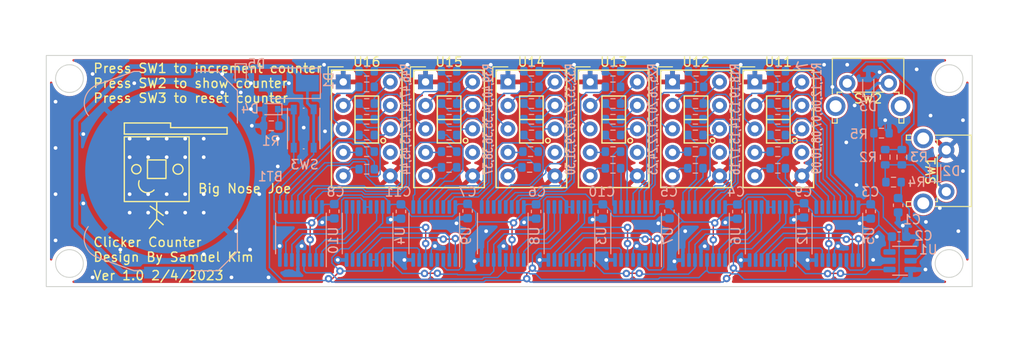
<source format=kicad_pcb>
(kicad_pcb (version 20221018) (generator pcbnew)
  (layers (0 "F.Cu" signal) (31 "B.Cu" signal) (34 "B.Paste" user) (35 "F.Paste" user) (36 "B.SilkS" user "B.Silkscreen") (37 "F.SilkS" user "F.Silkscreen") (38 "B.Mask" user) (39 "F.Mask" user) (44 "Edge.Cuts" user))
  (net 0 "")
  (net 1 "VCC")
  (net 2 "GND")
  (net 3 "Net-(C1-Pad1)")
  (net 4 "Net-(D2-A1)")
  (net 5 "RESET")
  (net 6 "~{LED_BLANK}")
  (net 7 "Net-(U5-Qa)")
  (net 8 "Net-(U11-A)")
  (net 9 "Net-(U5-Qb)")
  (net 10 "Net-(U11-B)")
  (net 11 "Net-(U5-Qc)")
  (net 12 "Net-(U11-C)")
  (net 13 "Net-(U5-Qd)")
  (net 14 "Net-(U11-D)")
  (net 15 "Net-(U5-Qe)")
  (net 16 "Net-(U11-E)")
  (net 17 "Net-(U5-Qf)")
  (net 18 "Net-(U11-F)")
  (net 19 "Net-(U5-Qg)")
  (net 20 "Net-(U11-G)")
  (net 21 "Net-(U6-Qa)")
  (net 22 "Net-(U12-A)")
  (net 23 "Net-(U6-Qb)")
  (net 24 "Net-(U12-B)")
  (net 25 "Net-(U6-Qc)")
  (net 26 "Net-(U12-C)")
  (net 27 "Net-(U6-Qd)")
  (net 28 "Net-(U12-D)")
  (net 29 "Net-(U6-Qe)")
  (net 30 "Net-(U12-E)")
  (net 31 "Net-(U6-Qf)")
  (net 32 "Net-(U12-F)")
  (net 33 "Net-(U6-Qg)")
  (net 34 "Net-(U12-G)")
  (net 35 "Net-(U7-Qa)")
  (net 36 "Net-(U13-A)")
  (net 37 "Net-(U7-Qb)")
  (net 38 "Net-(U13-B)")
  (net 39 "Net-(U7-Qc)")
  (net 40 "Net-(U13-C)")
  (net 41 "Net-(U7-Qd)")
  (net 42 "Net-(U13-D)")
  (net 43 "Net-(U7-Qe)")
  (net 44 "Net-(U13-E)")
  (net 45 "Net-(U7-Qf)")
  (net 46 "Net-(U13-F)")
  (net 47 "Net-(U7-Qg)")
  (net 48 "Net-(U13-G)")
  (net 49 "Net-(U8-Qa)")
  (net 50 "Net-(U14-A)")
  (net 51 "Net-(U8-Qb)")
  (net 52 "Net-(U14-B)")
  (net 53 "Net-(U8-Qc)")
  (net 54 "Net-(U14-C)")
  (net 55 "Net-(U8-Qd)")
  (net 56 "Net-(U14-D)")
  (net 57 "Net-(U8-Qe)")
  (net 58 "Net-(U14-E)")
  (net 59 "Net-(U8-Qf)")
  (net 60 "Net-(U14-F)")
  (net 61 "Net-(U8-Qg)")
  (net 62 "Net-(U14-G)")
  (net 63 "Net-(U9-Qa)")
  (net 64 "Net-(U15-A)")
  (net 65 "Net-(U9-Qb)")
  (net 66 "Net-(U15-B)")
  (net 67 "Net-(U9-Qc)")
  (net 68 "Net-(U15-C)")
  (net 69 "Net-(U9-Qd)")
  (net 70 "Net-(U15-D)")
  (net 71 "Net-(U9-Qe)")
  (net 72 "Net-(U15-E)")
  (net 73 "Net-(U9-Qf)")
  (net 74 "Net-(U15-F)")
  (net 75 "Net-(U9-Qg)")
  (net 76 "Net-(U15-G)")
  (net 77 "Net-(U10-Qa)")
  (net 78 "Net-(U16-A)")
  (net 79 "Net-(U10-Qb)")
  (net 80 "Net-(U16-B)")
  (net 81 "Net-(U10-Qc)")
  (net 82 "Net-(U16-C)")
  (net 83 "Net-(U10-Qd)")
  (net 84 "Net-(U16-D)")
  (net 85 "Net-(U10-Qe)")
  (net 86 "Net-(U16-E)")
  (net 87 "Net-(U10-Qf)")
  (net 88 "Net-(U16-F)")
  (net 89 "Net-(U10-Qg)")
  (net 90 "Net-(U16-G)")
  (net 91 "Net-(U2A-~{CP0})")
  (net 92 "Net-(U2A-Q0)")
  (net 93 "Net-(U2A-Q1)")
  (net 94 "Net-(U2A-Q2)")
  (net 95 "Net-(U2A-Q3)")
  (net 96 "Net-(U2B-Q3)")
  (net 97 "Net-(U2B-Q2)")
  (net 98 "Net-(U2B-Q1)")
  (net 99 "Net-(U2B-Q0)")
  (net 100 "Net-(U3A-Q0)")
  (net 101 "Net-(U3A-Q1)")
  (net 102 "Net-(U3A-Q2)")
  (net 103 "Net-(U3A-Q3)")
  (net 104 "Net-(U3B-Q3)")
  (net 105 "Net-(U3B-Q2)")
  (net 106 "Net-(U3B-Q1)")
  (net 107 "Net-(U3B-Q0)")
  (net 108 "Net-(U4A-Q0)")
  (net 109 "Net-(U4A-Q1)")
  (net 110 "Net-(U4A-Q2)")
  (net 111 "Net-(U4A-Q3)")
  (net 112 "Net-(U10-DD)")
  (net 113 "Net-(U10-DC)")
  (net 114 "Net-(U10-DB)")
  (net 115 "Net-(U10-DA)")
  (footprint "Display_7Segment:HDSP-A151" (layer "F.Cu") (at 87.63 22.86)
    (fp_text reference "U12")
    (fp_text value "INND-TS30RCB")
  )
  (footprint "Display_7Segment:HDSP-A151" (layer "F.Cu") (at 78.74 22.86)
    (fp_text reference "U13")
    (fp_text value "INND-TS30RCB")
  )
  (footprint "Display_7Segment:HDSP-A151" (layer "F.Cu") (at 69.85 22.86)
    (fp_text reference "U14")
    (fp_text value "INND-TS30RCB")
  )
  (footprint "Display_7Segment:HDSP-A151" (layer "F.Cu") (at 52.07 22.86)
    (fp_text reference "U16")
    (fp_text value "INND-TS30RCB")
  )
  (footprint "Button_Switch_THT:SW_Tactile_SPST_Angled_PTS645Vx39-2LFS" (layer "F.Cu") (at 106.5 23)
    (fp_text reference "SW2")
    (fp_text value "SW_Push")
  )
  (footprint "Button_Switch_THT:SW_Tactile_SPST_Angled_PTS645Vx83-2LFS" (layer "F.Cu") (at 117.2 30.225 -90)
    (fp_text reference "SW1")
    (fp_text value "SW_Push")
  )
  (footprint "Display_7Segment:HDSP-A151" (layer "F.Cu") (at 96.52 22.86)
    (fp_text reference "U11")
    (fp_text value "INND-TS30RCB")
  )
  (footprint "Display_7Segment:HDSP-A151" (layer "F.Cu") (at 60.96 22.86)
    (fp_text reference "U15")
    (fp_text value "INND-TS30RCB")
  )
  (footprint "Library:big-nose-joe" (layer "F.Cu") (at 23.525 31.8)
    (fp_text reference "REF**" hide)
    (fp_text value "big-nose-joe" hide)
  )
  (footprint "Package_TO_SOT_SMD:SOT-23-5" (layer "B.Cu") (at 112.2 42.2 180)
    (fp_text reference "U1")
    (fp_text value "74LVC1G17")
  )
  (footprint "Resistor_SMD:R_0603_1608Metric" (layer "B.Cu") (at 54.6 21.7 180)
    (fp_text reference "R46" hide)
    (fp_text value "1K")
  )
  (footprint "Package_SO:TSSOP-16_4.4x5mm_P0.65mm" (layer "B.Cu") (at 76.5 39.25072 90)
    (fp_text reference "U3")
    (fp_text value "74HC390")
  )
  (footprint "Capacitor_SMD:C_0603_1608Metric" (layer "B.Cu") (at 109.034735 36.865265 -90)
    (fp_text reference "C3")
    (fp_text value "0.1uF")
  )
  (footprint "Capacitor_SMD:C_0603_1608Metric" (layer "B.Cu") (at 72.9 36.87572 -90)
    (fp_text reference "C6")
    (fp_text value "0.1uF")
  )
  (footprint "Resistor_SMD:R_0603_1608Metric" (layer "B.Cu") (at 90.1 28.6)
    (fp_text reference "R15" hide)
    (fp_text value "1K")
  )
  (footprint "Resistor_SMD:R_0603_1608Metric" (layer "B.Cu") (at 54.6 28.6)
    (fp_text reference "R43" hide)
    (fp_text value "1K")
  )
  (footprint "Capacitor_SMD:C_0603_1608Metric" (layer "B.Cu") (at 112.1 39.6)
    (fp_text reference "C2")
    (fp_text value "0.1uF")
  )
  (footprint "Capacitor_SMD:C_0603_1608Metric" (layer "B.Cu") (at 65.5 36.825 -90)
    (fp_text reference "C7")
    (fp_text value "0.1uF")
  )
  (footprint "Package_SO:TSSOP-16_4.4x5mm_P0.65mm" (layer "B.Cu") (at 105.434735 39.265265 90)
    (fp_text reference "U5")
    (fp_text value "74HC4511")
  )
  (footprint "Capacitor_SMD:C_0603_1608Metric" (layer "B.Cu") (at 94.634735 36.890265 -90)
    (fp_text reference "C4")
    (fp_text value "0.1uF")
  )
  (footprint "Diode_SMD:D_SMA" (layer "B.Cu") (at 46.2 23 180)
    (fp_text reference "D1")
    (fp_text value "D")
  )
  (footprint "Resistor_SMD:R_0603_1608Metric" (layer "B.Cu") (at 90.125 25.2)
    (fp_text reference "R13" hide)
    (fp_text value "1K")
  )
  (footprint "Resistor_SMD:R_0603_1608Metric" (layer "B.Cu") (at 99 26.9)
    (fp_text reference "R7" hide)
    (fp_text value "1K")
  )
  (footprint "Resistor_SMD:R_0603_1608Metric" (layer "B.Cu") (at 72.4 25.2)
    (fp_text reference "R27" hide)
    (fp_text value "1K")
  )
  (footprint "Resistor_SMD:R_0603_1608Metric" (layer "B.Cu") (at 72.4 28.6)
    (fp_text reference "R29" hide)
    (fp_text value "1K")
  )
  (footprint "Package_SO:TSSOP-16_4.4x5mm_P0.65mm" (layer "B.Cu") (at 91.034735 39.265265 90)
    (fp_text reference "U6")
    (fp_text value "74HC4511")
  )
  (footprint "Package_SO:TSSOP-16_4.4x5mm_P0.65mm" (layer "B.Cu") (at 98.234735 39.265265 90)
    (fp_text reference "U2")
    (fp_text value "74HC390")
  )
  (footprint "Resistor_SMD:R_0603_1608Metric" (layer "B.Cu") (at 81.2 25.2)
    (fp_text reference "R20" hide)
    (fp_text value "1K")
  )
  (footprint "Resistor_SMD:R_0603_1608Metric" (layer "B.Cu") (at 81.2 30.4 180)
    (fp_text reference "R24" hide)
    (fp_text value "1K")
  )
  (footprint "Resistor_SMD:R_0603_1608Metric" (layer "B.Cu") (at 54.6 25.2)
    (fp_text reference "R41" hide)
    (fp_text value "1K")
  )
  (footprint "Resistor_SMD:R_0603_1608Metric" (layer "B.Cu") (at 63.5 28.6)
    (fp_text reference "R36" hide)
    (fp_text value "1K")
  )
  (footprint "Resistor_SMD:R_0603_1608Metric" (layer "B.Cu") (at 63.5 23.4 180)
    (fp_text reference "R40" hide)
    (fp_text value "1K")
  )
  (footprint "Button_Switch_SMD:SW_Push_1P1T_NO_Vertical_Wuerth_434133025816" (layer "B.Cu") (at 47.8 27.9 90)
    (fp_text reference "SW3")
    (fp_text value "SW_Push")
  )
  (footprint "Package_SO:TSSOP-16_4.4x5mm_P0.65mm" (layer "B.Cu") (at 83.7 39.25072 90)
    (fp_text reference "U7")
    (fp_text value "74HC4511")
  )
  (footprint "Resistor_SMD:R_0603_1608Metric" (layer "B.Cu") (at 99 32.2 180)
    (fp_text reference "R9" hide)
    (fp_text value "1K")
  )
  (footprint "Resistor_SMD:R_0603_1608Metric" (layer "B.Cu") (at 63.5 30.4 180)
    (fp_text reference "R38" hide)
    (fp_text value "1K")
  )
  (footprint "Capacitor_SMD:C_0603_1608Metric" (layer "B.Cu") (at 51.1 36.85 -90)
    (fp_text reference "C8")
    (fp_text value "0.1uF")
  )
  (footprint "Capacitor_SMD:C_0603_1608Metric" (layer "B.Cu") (at 101.834735 36.754206 -90)
    (fp_text reference "C9")
    (fp_text value "0.1uF")
  )
  (footprint "Package_SO:TSSOP-16_4.4x5mm_P0.65mm" (layer "B.Cu") (at 47.5 39.25 90)
    (fp_text reference "U10")
    (fp_text value "74HC4511")
  )
  (footprint "Resistor_SMD:R_0603_1608Metric" (layer "B.Cu") (at 72.4 23.4 180)
    (fp_text reference "R33" hide)
    (fp_text value "1K")
  )
  (footprint "Capacitor_SMD:C_0603_1608Metric" (layer "B.Cu") (at 80.1 36.87572 -90)
    (fp_text reference "C10")
    (fp_text value "0.1uF")
  )
  (footprint "Diode_SMD:D_SOD-523" (layer "B.Cu") (at 44.3 25.8 180)
    (fp_text reference "D4")
    (fp_text value "D_TVS")
  )
  (footprint "Resistor_SMD:R_0603_1608Metric" (layer "B.Cu") (at 81.2 26.9)
    (fp_text reference "R21" hide)
    (fp_text value "1K")
  )
  (footprint "Resistor_SMD:R_0603_1608Metric" (layer "B.Cu") (at 54.6 23.4 180)
    (fp_text reference "R47" hide)
    (fp_text value "1K")
  )
  (footprint "Resistor_SMD:R_0603_1608Metric" (layer "B.Cu") (at 72.4 21.7 180)
    (fp_text reference "R32" hide)
    (fp_text value "1K")
  )
  (footprint "Capacitor_SMD:C_0603_1608Metric" (layer "B.Cu") (at 112 36.2 -90)
    (fp_text reference "C1")
    (fp_text value "0.1uF")
  )
  (footprint "Resistor_SMD:R_0603_1608Metric" (layer "B.Cu") (at 90.1 30.4 180)
    (fp_text reference "R17" hide)
    (fp_text value "1K")
  )
  (footprint "Resistor_SMD:R_0603_1608Metric" (layer "B.Cu") (at 81.2 21.7 180)
    (fp_text reference "R25" hide)
    (fp_text value "1K")
  )
  (footprint "Resistor_SMD:R_0603_1608Metric" (layer "B.Cu") (at 44.3 27.6 180)
    (fp_text reference "R1")
    (fp_text value "100K")
  )
  (footprint "Resistor_SMD:R_0603_1608Metric" (layer "B.Cu") (at 99.025 25.2)
    (fp_text reference "R6" hide)
    (fp_text value "1K")
  )
  (footprint "Resistor_SMD:R_0603_1608Metric" (layer "B.Cu") (at 54.6 30.4 180)
    (fp_text reference "R45" hide)
    (fp_text value "1K")
  )
  (footprint "Battery:BatteryHolder_Keystone_3034_1x20mm" (layer "B.Cu") (at 33.1 32.5 90)
    (fp_text reference "BT1")
    (fp_text value "Battery_Cell")
  )
  (footprint "Resistor_SMD:R_0603_1608Metric" (layer "B.Cu") (at 90.175 23.4 180)
    (fp_text reference "R19" hide)
    (fp_text value "1K")
  )
  (footprint "Resistor_SMD:R_0603_1608Metric" (layer "B.Cu") (at 112.4 31 90)
    (fp_text reference "R3")
    (fp_text value "100K")
  )
  (footprint "Package_SO:TSSOP-16_4.4x5mm_P0.65mm" (layer "B.Cu") (at 61.9 39.25 90)
    (fp_text reference "U9")
    (fp_text value "74HC4511")
  )
  (footprint "Resistor_SMD:R_0603_1608Metric" (layer "B.Cu") (at 90.1 26.9)
    (fp_text reference "R14" hide)
    (fp_text value "1K")
  )
  (footprint "Resistor_SMD:R_0603_1608Metric" (layer "B.Cu") (at 72.2 32.1 180)
    (fp_text reference "R30" hide)
    (fp_text value "1K")
  )
  (footprint "Resistor_SMD:R_0603_1608Metric" (layer "B.Cu") (at 110.2 28.4)
    (fp_text reference "R5")
    (fp_text value "100K")
  )
  (footprint "Resistor_SMD:R_0603_1608Metric" (layer "B.Cu") (at 90.175 21.7 180)
    (fp_text reference "R18" hide)
    (fp_text value "1K")
  )
  (footprint "Resistor_SMD:R_0603_1608Metric" (layer "B.Cu") (at 54.6 26.9)
    (fp_text reference "R42" hide)
    (fp_text value "1K")
  )
  (footprint "Resistor_SMD:R_0603_1608Metric" (layer "B.Cu") (at 90.1 32.2 180)
    (fp_text reference "R16" hide)
    (fp_text value "1K")
  )
  (footprint "Resistor_SMD:R_0603_1608Metric" (layer "B.Cu") (at 99 28.6)
    (fp_text reference "R8" hide)
    (fp_text value "1K")
  )
  (footprint "Resistor_SMD:R_0603_1608Metric" (layer "B.Cu") (at 54.6 32.3 180)
    (fp_text reference "R44" hide)
    (fp_text value "1K")
  )
  (footprint "Capacitor_SMD:C_0603_1608Metric" (layer "B.Cu") (at 87.3 36.85072 -90)
    (fp_text reference "C5")
    (fp_text value "0.1uF")
  )
  (footprint "Resistor_SMD:R_0603_1608Metric" (layer "B.Cu") (at 63.5 25.2)
    (fp_text reference "R34" hide)
    (fp_text value "1K")
  )
  (footprint "Diode_SMD:D_SOD-523" (layer "B.Cu") (at 41 22.05 -90)
    (fp_text reference "D5")
    (fp_text value "D_TVS")
  )
  (footprint "Diode_SMD:D_SOD-523" (layer "B.Cu") (at 116 32.5 90)
    (fp_text reference "D2")
    (fp_text value "D_TVS")
  )
  (footprint "Resistor_SMD:R_0603_1608Metric" (layer "B.Cu") (at 72.3 30.4 180)
    (fp_text reference "R31" hide)
    (fp_text value "1K")
  )
  (footprint "Resistor_SMD:R_0603_1608Metric" (layer "B.Cu") (at 63.5 26.9)
    (fp_text reference "R35" hide)
    (fp_text value "1K")
  )
  (footprint "Package_SO:TSSOP-16_4.4x5mm_P0.65mm" (layer "B.Cu") (at 69.3 39.25072 90)
    (fp_text reference "U8")
    (fp_text value "74HC4511")
  )
  (footprint "Resistor_SMD:R_0603_1608Metric" (layer "B.Cu") (at 110.6 31 -90)
    (fp_text reference "R2")
    (fp_text value "100K")
  )
  (footprint "Diode_SMD:D_SOD-523" (layer "B.Cu") (at 108.775 23.2875 90)
    (fp_text reference "D3")
    (fp_text value "D_TVS")
  )
  (footprint "Resistor_SMD:R_0603_1608Metric" (layer "B.Cu") (at 81.2 23.4 180)
    (fp_text reference "R26" hide)
    (fp_text value "1K")
  )
  (footprint "Capacitor_SMD:C_0603_1608Metric" (layer "B.Cu") (at 58.3 36.875 -90)
    (fp_text reference "C11")
    (fp_text value "0.1uF")
  )
  (footprint "Package_SO:TSSOP-16_4.4x5mm_P0.65mm" (layer "B.Cu") (at 54.7 39.25 90)
    (fp_text reference "U4")
    (fp_text value "74HC390")
  )
  (footprint "Resistor_SMD:R_0603_1608Metric" (layer "B.Cu") (at 81.2 28.6)
    (fp_text reference "R22" hide)
    (fp_text value "1K")
  )
  (footprint "Resistor_SMD:R_0603_1608Metric" (layer "B.Cu") (at 81.2 32.2 180)
    (fp_text reference "R23" hide)
    (fp_text value "1K")
  )
  (footprint "Resistor_SMD:R_0603_1608Metric" (layer "B.Cu") (at 72.4 26.9)
    (fp_text reference "R28" hide)
    (fp_text value "1K")
  )
  (footprint "Resistor_SMD:R_0603_1608Metric" (layer "B.Cu") (at 99 21.7 180)
    (fp_text reference "R11" hide)
    (fp_text value "1K")
  )
  (footprint "Resistor_SMD:R_0603_1608Metric" (layer "B.Cu") (at 63.5 32.1 180)
    (fp_text reference "R37" hide)
    (fp_text value "1K")
  )
  (footprint "Resistor_SMD:R_0603_1608Metric" (layer "B.Cu") (at 99 23.4 180)
    (fp_text reference "R12" hide)
    (fp_text value "1K")
  )
  (footprint "Resistor_SMD:R_0603_1608Metric" (layer "B.Cu") (at 63.5 21.7 180)
    (fp_text reference "R39" hide)
    (fp_text value "1K")
  )
  (footprint "Resistor_SMD:R_0603_1608Metric" (layer "B.Cu") (at 99 30.4 180)
    (fp_text reference "R10" hide)
    (fp_text value "1K")
  )
  (footprint "Resistor_SMD:R_0603_1608Metric" (layer "B.Cu") (at 111.5 33.7)
    (fp_text reference "R4")
    (fp_text value "100K")
  )
  (gr_line (start 102.2 21) (end 101 21.2) (stroke (width 0.15)) (layer "B.SilkS"))
  (gr_line (start 101 21.2) (end 101.2 20.7) (stroke (width 0.15)) (layer "B.SilkS"))
  (gr_line (start 101.2 20.7) (end 101 21.2) (stroke (width 0.15)) (layer "B.SilkS"))
  (gr_line (start 101 21.2) (end 101.4 21.5) (stroke (width 0.15)) (layer "B.SilkS"))
  (gr_line (start 97.79 26.924) (end 97.79 24.384) (stroke (width 0.15)) (layer "F.SilkS"))
  (gr_circle (center 100.838 29.21) (end 101.092 29.21) (stroke (width 0.15)) (fill none) (layer "F.SilkS"))
  (gr_line (start 91.44 26.924) (end 88.9 26.924) (stroke (width 0.15)) (layer "F.SilkS"))
  (gr_circle (center 91.948 29.21) (end 92.202 29.21) (stroke (width 0.15)) (fill none) (layer "F.SilkS"))
  (gr_line (start 82.55 26.924) (end 80.01 26.924) (stroke (width 0.15)) (layer "F.SilkS"))
  (gr_line (start 73.66 24.384) (end 73.66 26.924) (stroke (width 0.15)) (layer "F.SilkS"))
  (gr_line (start 80.01 26.924) (end 80.01 24.384) (stroke (width 0.15)) (layer "F.SilkS"))
  (gr_circle (center 74.168 29.21) (end 74.422 29.21) (stroke (width 0.15)) (fill none) (layer "F.SilkS"))
  (gr_line (start 55.88 24.384) (end 55.88 26.924) (stroke (width 0.15)) (layer "F.SilkS"))
  (gr_line (start 88.9 24.384) (end 91.44 24.384) (stroke (width 0.15)) (layer "F.SilkS"))
  (gr_line (start 62.23 29.464) (end 64.77 29.464) (stroke (width 0.15)) (layer "F.SilkS"))
  (gr_line (start 53.34 26.924) (end 53.34 29.464) (stroke (width 0.15)) (layer "F.SilkS"))
  (gr_line (start 62.23 24.384) (end 64.77 24.384) (stroke (width 0.15)) (layer "F.SilkS"))
  (gr_line (start 71.12 26.924) (end 71.12 29.464) (stroke (width 0.15)) (layer "F.SilkS"))
  (gr_line (start 80.01 24.384) (end 82.55 24.384) (stroke (width 0.15)) (layer "F.SilkS"))
  (gr_line (start 55.88 26.924) (end 53.34 26.924) (stroke (width 0.15)) (layer "F.SilkS"))
  (gr_line (start 73.66 29.464) (end 73.66 26.924) (stroke (width 0.15)) (layer "F.SilkS"))
  (gr_line (start 88.9 26.924) (end 88.9 29.464) (stroke (width 0.15)) (layer "F.SilkS"))
  (gr_line (start 73.66 26.924) (end 71.12 26.924) (stroke (width 0.15)) (layer "F.SilkS"))
  (gr_line (start 53.34 26.924) (end 53.34 24.384) (stroke (width 0.15)) (layer "F.SilkS"))
  (gr_line (start 100.33 24.384) (end 100.33 26.924) (stroke (width 0.15)) (layer "F.SilkS"))
  (gr_circle (center 83.058 29.21) (end 83.312 29.21) (stroke (width 0.15)) (fill none) (layer "F.SilkS"))
  (gr_line (start 100.33 29.464) (end 100.33 26.924) (stroke (width 0.15)) (layer "F.SilkS"))
  (gr_line (start 55.88 29.464) (end 55.88 26.924) (stroke (width 0.15)) (layer "F.SilkS"))
  (gr_line (start 71.12 26.924) (end 71.12 24.384) (stroke (width 0.15)) (layer "F.SilkS"))
  (gr_line (start 100.33 26.924) (end 97.79 26.924) (stroke (width 0.15)) (layer "F.SilkS"))
  (gr_line (start 80.01 26.924) (end 80.01 29.464) (stroke (width 0.15)) (layer "F.SilkS"))
  (gr_line (start 97.79 26.924) (end 97.79 29.464) (stroke (width 0.15)) (layer "F.SilkS"))
  (gr_line (start 62.23 26.924) (end 62.23 24.384) (stroke (width 0.15)) (layer "F.SilkS"))
  (gr_line (start 80.01 29.464) (end 82.55 29.464) (stroke (width 0.15)) (layer "F.SilkS"))
  (gr_line (start 53.34 24.384) (end 55.88 24.384) (stroke (width 0.15)) (layer "F.SilkS"))
  (gr_line (start 64.77 24.384) (end 64.77 26.924) (stroke (width 0.15)) (layer "F.SilkS"))
  (gr_line (start 91.44 29.464) (end 91.44 26.924) (stroke (width 0.15)) (layer "F.SilkS"))
  (gr_line (start 71.12 24.384) (end 73.66 24.384) (stroke (width 0.15)) (layer "F.SilkS"))
  (gr_line (start 82.55 24.384) (end 82.55 26.924) (stroke (width 0.15)) (layer "F.SilkS"))
  (gr_line (start 64.77 26.924) (end 62.23 26.924) (stroke (width 0.15)) (layer "F.SilkS"))
  (gr_circle (center 65.278 29.21) (end 65.532 29.21) (stroke (width 0.15)) (fill none) (layer "F.SilkS"))
  (gr_line (start 62.23 26.924) (end 62.23 29.464) (stroke (width 0.15)) (layer "F.SilkS"))
  (gr_line (start 88.9 29.464) (end 91.44 29.464) (stroke (width 0.15)) (layer "F.SilkS"))
  (gr_line (start 97.79 29.464) (end 100.33 29.464) (stroke (width 0.15)) (layer "F.SilkS"))
  (gr_line (start 64.77 29.464) (end 64.77 26.924) (stroke (width 0.15)) (layer "F.SilkS"))
  (gr_line (start 53.34 29.464) (end 55.88 29.464) (stroke (width 0.15)) (layer "F.SilkS"))
  (gr_line (start 71.12 29.464) (end 73.66 29.464) (stroke (width 0.15)) (layer "F.SilkS"))
  (gr_circle (center 56.388 29.21) (end 56.642 29.21) (stroke (width 0.15)) (fill none) (layer "F.SilkS"))
  (gr_line (start 91.44 24.384) (end 91.44 26.924) (stroke (width 0.15)) (layer "F.SilkS"))
  (gr_line (start 82.55 29.464) (end 82.55 26.924) (stroke (width 0.15)) (layer "F.SilkS"))
  (gr_line (start 88.9 26.924) (end 88.9 24.384) (stroke (width 0.15)) (layer "F.SilkS"))
  (gr_line (start 97.79 24.384) (end 100.33 24.384) (stroke (width 0.15)) (layer "F.SilkS"))
  (gr_circle (center 22.5 42.5) (end 24 42.5) (stroke (width 0.1)) (fill none) (layer "Edge.Cuts"))
  (gr_circle (center 117.5 22.5) (end 119 22.5) (stroke (width 0.1)) (fill none) (layer "Edge.Cuts"))
  (gr_circle (center 117.5 42.5) (end 119 42.5) (stroke (width 0.1)) (fill none) (layer "Edge.Cuts"))
  (gr_circle (center 22.5 22.5) (end 24 22.5) (stroke (width 0.1)) (fill none) (layer "Edge.Cuts"))
  (gr_rect locked (start 20 20) (end 120 45) (stroke (width 0.1)) (fill none) (layer "Edge.Cuts"))
  (gr_text "R25,26,20,21,22,24,23" (at 85.5 26.9 90) (layer "B.SilkS") (effects (font (size 1 0.7)) (justify mirror)))
  (gr_text "R32,33,27,28,29,31,30" (at 76.6 26.9 90) (layer "B.SilkS") (effects (font (size 1 0.7)) (justify mirror)))
  (gr_text "R11,12,06,07,08,10,09" (at 103.2 26.8 90) (layer "B.SilkS") (effects (font (size 1 0.7)) (justify mirror)))
  (gr_text "R46,47,41,42,43,45,44" (at 58.8 26.9 90) (layer "B.SilkS") (effects (font (size 1 0.7)) (justify mirror)))
  (gr_text "R39,40,34,35,36,38,37" (at 67.7 26.9 90) (layer "B.SilkS") (effects (font (size 1 0.7)) (justify mirror)))
  (gr_text "R18,19,13,14,15,17,16" (at 94.4 26.9 90) (layer "B.SilkS") (effects (font (size 1 0.7)) (justify mirror)))
  (gr_text "Ver 1.0 2/4/2023" (at 25 43.8) (layer "F.SilkS") (effects (font (size 1 1)) (justify left)))
  (gr_text "Press SW1 to increment counter\nPress SW2 to show counter\nPress SW3 to reset counter" (at 25 23) (layer "F.SilkS") (effects (font (size 1 1)) (justify left)))
  (gr_text "Clicker Counter\nDesign By Samuel Kim" (at 25 41) (layer "F.SilkS") (effects (font (size 1 1)) (justify left)))
  (segment (start 48.5 38.2625) (end 48.5 39.9245) (width 0.15) (layer "F.Cu") (net 1))
  (segment (start 70.4625 38.10072) (end 70.3 38.26322) (width 0.15) (layer "F.Cu") (net 1))
  (segment (start 92.197235 38.115265) (end 92.034735 38.277765) (width 0.15) (layer "F.Cu") (net 1))
  (segment (start 70.3 38.26322) (end 70.3 39.92522) (width 0.15) (layer "F.Cu") (net 1))
  (segment (start 92.034735 38.277765) (end 92.034735 39.939765) (width 0.15) (layer "F.Cu") (net 1))
  (segment (start 48.6625 38.1) (end 48.5 38.2625) (width 0.15) (layer "F.Cu") (net 1))
  (via (at 92.197235 38.115265) (size 0.8) (drill 0.4) (layers "F.Cu" "B.Cu") (net 1))
  (via (at 70.3 39.92522) (size 0.8) (drill 0.4) (layers "F.Cu" "B.Cu") (net 1))
  (via (at 48.5 39.9245) (size 0.8) (drill 0.4) (layers "F.Cu" "B.Cu") (net 1))
  (via (at 48.6625 38.1) (size 0.8) (drill 0.4) (layers "F.Cu" "B.Cu") (net 1))
  (via (at 70.4625 38.10072) (size 0.8) (drill 0.4) (layers "F.Cu" "B.Cu") (net 1))
  (via (at 92.034735 39.939765) (size 0.8) (drill 0.4) (layers "F.Cu" "B.Cu") (net 1))
  (segment (start 57.2625 36.1) (end 56.975 36.3875) (width 0.15) (layer "B.Cu") (net 1))
  (segment (start 106.409735 42.127765) (end 106.409735 42.827765) (width 0.15) (layer "B.Cu") (net 1))
  (segment (start 64.875 42.8875) (end 64.875 40.1125) (width 0.15) (layer "B.Cu") (net 1))
  (segment (start 72.9 36.10072) (end 71.8625 36.10072) (width 0.15) (layer "B.Cu") (net 1))
  (segment (start 48.2 25.15) (end 48.875 25.825) (width 0.3) (layer "B.Cu") (net 1))
  (segment (start 48.475 39.9495) (end 48.475 42.1125) (width 0.15) (layer "B.Cu") (net 1))
  (segment (start 64.175 37.0875) (end 64.175 36.3875) (width 0.15) (layer "B.Cu") (net 1))
  (segment (start 48.6625 38.1) (end 45 38.1) (width 0.15) (layer "B.Cu") (net 1))
  (segment (start 66.375 38.12644) (end 66.375 38.313941) (width 0.15) (layer "B.Cu") (net 1))
  (segment (start 79.0625 36.10072) (end 78.775 36.38822) (width 0.15) (layer "B.Cu") (net 1))
  (segment (start 92.097235 38.015265) (end 88.884735 38.015265) (width 0.15) (layer "B.Cu") (net 1))
  (segment (start 109.909735 38.329206) (end 109.909735 36.965265) (width 0.15) (layer "B.Cu") (net 1))
  (segment (start 66.50072 38.00072) (end 66.375 37.875) (width 0.15) (layer "B.Cu") (net 1))
  (segment (start 39.75 21.35) (end 42.125 21.35) (width 0.5) (layer "B.Cu") (net 1))
  (segment (start 70.4625 38.10072) (end 70.4625 38.047839) (width 0.15) (layer "B.Cu") (net 1))
  (segment (start 48.2 23) (end 48.2 25.15) (width 0.3) (layer "B.Cu") (net 1))
  (segment (start 86.675 39.925) (end 88.6 38) (width 0.15) (layer "B.Cu") (net 1))
  (segment (start 100.797235 36.115265) (end 100.509735 36.402765) (width 0.15) (layer "B.Cu") (net 1))
  (segment (start 23.2 27.1) (end 29.1 21.2) (width 0.5) (layer "B.Cu") (net 1))
  (segment (start 71.575 36.935339) (end 71.575 36.38822) (width 0.15) (layer "B.Cu") (net 1))
  (segment (start 64.4875 36.075) (end 64.175 36.3875) (width 0.15) (layer "B.Cu") (net 1))
  (segment (start 51.1 36.1) (end 51.1 36.025736) (width 0.15) (layer "B.Cu") (net 1))
  (segment (start 102.734735 37.174884) (end 102.975116 37.415265) (width 0.15) (layer "B.Cu") (net 1))
  (segment (start 54.258883 35.3) (end 56.5 35.3) (width 0.15) (layer "B.Cu") (net 1))
  (segment (start 39.6 21.2) (end 39.75 21.35) (width 0.5) (layer "B.Cu") (net 1))
  (segment (start 109.034735 36.090265) (end 109 36.05553) (width 0.15) (layer "B.Cu") (net 1))
  (segment (start 95.660471 35.015265) (end 99.984735 35.015265) (width 0.15) (layer "B.Cu") (net 1))
  (segment (start 44.6 35) (end 48.875 30.725) (width 0.15) (layer "B.Cu") (net 1))
  (segment (start 52.025736 35.1) (end 54.058883 35.1) (width 0.15) (layer "B.Cu") (net 1))
  (segment (start 92.197235 38.062384) (end 93.309735 36.949884) (width 0.15) (layer "B.Cu") (net 1))
  (segment (start 109.034735 36.090265) (end 108.022235 36.090265) (width 0.15) (layer "B.Cu") (net 1))
  (segment (start 102.734735 36.854206) (end 102.734735 37.174884) (width 0.15) (layer "B.Cu") (net 1))
  (segment (start 106.5 23.5) (end 106.5 23) (width 0.15) (layer "B.Cu") (net 1))
  (segment (start 63.2625 43.2) (end 64.5625 43.2) (width 0.15) (layer "B.Cu") (net 1))
  (segment (start 101.834735 36.115265) (end 101.995794 36.115265) (width 0.15) (layer "B.Cu") (net 1))
  (segment (start 113.7 24.1) (end 110.3 20.7) (width 0.15) (layer "B.Cu") (net 1))
  (segment (start 107.397235 37.415265) (end 107.709735 37.102765) (width 0.15) (layer "B.Cu") (net 1))
  (segment (start 86.3625 43.20072) (end 86.675 42.88822) (width 0.15) (layer "B.Cu") (net 1))
  (segment (start 48.6625 38.1) (end 48.6625 38.047119) (width 0.15) (layer "B.Cu") (net 1))
  (segment (start 81 36.839661) (end 81 37.160339) (width 0.15) (layer "B.Cu") (net 1))
  (segment (start 92.034735 39.939765) (end 92.009735 39.964765) (width 0.15) (layer "B.Cu") (net 1))
  (segment (start 106.409735 42.827765) (end 106.797235 43.215265) (width 0.15) (layer "B.Cu") (net 1))
  (segment (start 111.0625 39.481971) (end 109.909735 38.329206) (width 0.15) (layer "B.Cu") (net 1))
  (segment (start 80.1 36.10072) (end 80.261059 36.10072) (width 0.15) (layer "B.Cu") (net 1))
  (segment (start 42.275 21.2) (end 46.4 21.2) (width 0.5) (layer "B.Cu") (net 1))
  (segment (start 28.185 43.385) (end 23.2 38.4) (width 0.5) (layer "B.Cu") (net 1))
  (segment (start 108.475 27.574264) (end 108.475 25.475) (width 0.15) (layer "B.Cu") (net 1))
  (segment (start 86.675 42.88822) (end 86.675 40.11322) (width 0.15) (layer "B.Cu") (net 1))
  (segment (start 94.634735 36.115265) (end 93.597235 36.115265) (width 0.15) (layer "B.Cu") (net 1))
  (segment (start 59.2 36.838941) (end 59.2 37.159619) (width 0.15) (layer "B.Cu") (net 1))
  (segment (start 48.5 39.9245) (end 48.475 39.9495) (width 0.15) (layer "B.Cu") (net 1))
  (segment (start 88.884735 38.015265) (end 87.334735 36.465265) (width 0.15) (layer "B.Cu") (net 1))
  (segment (start 94.634735 36.041001) (end 95.660471 35.015265) (width 0.15) (layer "B.Cu") (net 1))
  (segment (start 72.9 36.026456) (end 73.925736 35.00072) (width 0.15) (layer "B.Cu") (net 1))
  (segment (start 92.009735 39.964765) (end 92.009735 42.127765) (width 0.15) (layer "B.Cu") (net 1))
  (segment (start 108.409735 39.829206) (end 109.909735 38.329206) (width 0.15) (layer "B.Cu") (net 1))
  (segment (start 108.5 27.599264) (end 108.475 27.574264) (width 0.15) (layer "B.Cu") (net 1))
  (segment (start 63.8625 37.4) (end 64.175 37.0875) (width 0.15) (layer "B.Cu") (net 1))
  (segment (start 66.375 36.95) (end 65.5 36.075) (width 0.15) (layer "B.Cu") (net 1))
  (segment (start 80.261059 36.10072) (end 81 36.839661) (width 0.15) (layer "B.Cu") (net 1))
  (segment (start 42.125 21.35) (end 42.275 21.2) (width 0.5) (layer "B.Cu") (net 1))
  (segment (start 56.5 35.3) (end 56.975 35.775) (width 0.15) (layer "B.Cu") (net 1))
  (segment (start 112.4 28.7) (end 113.7 27.4) (width 0.15) (layer "B.Cu") (net 1))
  (segment (start 111.0625 41.25) (end 111.0625 39.481971) (width 0.15) (layer "B.Cu") (net 1))
  (segment (start 80.1 36.10072) (end 79.0625 36.10072) (width 0.15) (layer "B.Cu") (net 1))
  (segment (start 66.375 37.875) (end 66.375 36.95) (width 0.15) (layer "B.Cu") (net 1))
  (segment (start 70.4625 38.047839) (end 71.575 36.935339) (width 0.15) (layer "B.Cu") (net 1))
  (segment (start 66.50072 38.00072) (end 66.375 38.12644) (width 0.15) (layer "B.Cu") (net 1))
  (segment (start 109 34.4) (end 108.5 33.9) (width 0.15) (layer "B.Cu") (net 1))
  (segment (start 78.775 35.52572) (end 78.775 36.38822) (width 0.15) (layer "B.Cu") (net 1))
  (segment (start 102.975116 37.415265) (end 107.397235 37.415265) (width 0.15) (layer "B.Cu") (net 1))
  (segment (start 78.25 35.00072) (end 78.775 35.52572) (width 0.15) (layer "B.Cu") (net 1))
  (segment (start 33.1 43.485) (end 33 43.385) (width 0.5) (layer "B.Cu") (net 1))
  (segment (start 86.675 40.114661) (end 86.675 39.925) (width 0.15) (layer "B.Cu") (net 1))
  (segment (start 49.775 36.3875) (end 50.0625 36.1) (width 0.15) (layer "B.Cu") (net 1))
  (segment (start 72.9 36.10072) (end 72.9 36.026456) (width 0.15) (layer "B.Cu") (net 1))
  (segment (start 106.5 22.7) (end 106.5 23) (width 0.15) (layer "B.Cu") (net 1))
  (segment (start 48.875 29.975) (end 48.875 25.825) (width 0.3) (layer "B.Cu") (net 1))
  (segment (start 81 37.160339) (end 81.240381 37.40072) (width 0.15) (layer "B.Cu") (net 1))
  (segment (start 108.022235 36.090265) (end 107.709735 36.402765) (width 0.15) (layer "B.Cu") (net 1))
  (segment (start 46.4 21.2) (end 48.2 23) (width 0.5) (layer "B.Cu") (net 1))
  (segment (start 54.058883 35.1) (end 54.258883 35.3) (width 0.15) (layer "B.Cu") (net 1))
  (segment (start 70.3625 38.00072) (end 66.50072 38.00072) (width 0.15) (layer "B.Cu") (net 1))
  (segment (start 49.775 36.934619) (end 49.775 36.3875) (width 0.15) (layer "B.Cu") (net 1))
  (segment (start 50.0625 36.1) (end 51.1 36.1) (width 0.15) (layer "B.Cu") (net 1))
  (segment (start 108.409735 42.902765) (end 108.409735 40.127765) (width 0.15) (layer "B.Cu") (net 1))
  (segment (start 44.6 37.7) (end 44.6 35) (width 0.15) (layer "B.Cu") (net 1))
  (segment (start 59.440381 37.4) (end 63.8625 37.4) (width 0.15) (layer "B.Cu") (net 1))
  (segment (start 107.709735 37.102765) (end 107.709735 36.402765) (width 0.15) (layer "B.Cu") (net 1))
  (segment (start 51.1 36.025736) (end 52.025736 35.1) (width 0.15) (layer "B.Cu") (net 1))
  (segment (start 108.409735 40.129206) (end 108.409735 39.829206) (width 0.15) (layer "B.Cu") (net 1))
  (segment (start 66.375 38.313941) (end 64.875 39.813941) (width 0.15) (layer "B.Cu") (net 1))
  (segment (start 101.834735 36.115265) (end 100.797235 36.115265) (width 0.15) (layer "B.Cu") (net 1))
  (segment (start 56.975 35.775) (end 56.975 36.3875) (width 0.15) (layer "B.Cu") (net 1))
  (segment (start 58.3 36.1) (end 58.461059 36.1) (width 0.15) (layer "B.Cu") (net 1))
  (segment (start 48.875 30.725) (end 48.875 29.975) (width 0.15) (layer "B.Cu") (net 1))
  (segment (start 108.5 33.9) (end 108.5 27.599264) (width 0.15) (layer "B.Cu") (net 1))
  (segment (start 70.3 39.92522) (end 70.275 39.95022) (width 0.15) (layer "B.Cu") (net 1))
  (segment (start 85.975 37.08822) (end 85.975 36.38822) (width 0.15) (layer "B.Cu") (net 1))
  (segment (start 93.597235 36.115265) (end 93.309735 36.402765) (width 0.15) (layer "B.Cu") (net 1))
  (segment (start 87.3 36.07572) (end 86.2875 36.07572) (width 0.15) (layer "B.Cu") (net 1))
  (segment (start 110.3 20.7) (end 108.5 20.7) (width 0.15) (layer "B.Cu") (net 1))
  (segment (start 84.675 42.81322) (end 85.0625 43.20072) (width 0.15) (layer "B.Cu") (net 1))
  (segment (start 112.4 30.175) (end 110.6 30.175) (width 0.15) (layer "B.Cu") (net 1))
  (segment (start 65.5 36.075) (end 64.4875 36.075) (width 0.15) (layer "B.Cu") (net 1))
  (segment (start 29.1 21.2) (end 39.6 21.2) (width 0.5) (layer "B.Cu") (net 1))
  (segment (start 85.6625 37.40072) (end 85.975 37.08822) (width 0.15) (layer "B.Cu") (net 1))
  (segment (start 64.5625 43.2) (end 64.875 42.8875) (width 0.15) (layer "B.Cu") (net 1))
  (segment (start 93.309735 36.949884) (end 93.309735 36.402765) (width 0.15) (layer "B.Cu") (net 1))
  (segment (start 86.2875 36.07572) (end 85.975 36.38822) (width 0.15) (layer "B.Cu") (net 1))
  (segment (start 87.334735 36.465265) (end 87.334735 36.265265) (width 0.15) (layer "B.Cu") (net 1))
  (segment (start 108.5 20.7) (end 106.5 22.7) (width 0.15) (layer "B.Cu") (net 1))
  (segment (start 62.875 42.8125) (end 63.2625 43.2) (width 0.15) (layer "B.Cu") (net 1))
  (segment (start 92.197235 38.115265) (end 92.097235 38.015265) (width 0.15) (layer "B.Cu") (net 1))
  (segment (start 71.8625 36.10072) (end 71.575 36.38822) (width 0.15) (layer "B.Cu") (net 1))
  (segment (start 45 38.1) (end 44.6 37.7) (width 0.15) (layer "B.Cu") (net 1))
  (segment (start 92.197235 38.115265) (end 92.197235 38.062384) (width 0.15) (layer "B.Cu") (net 1))
  (segment (start 108.475 25.475) (end 106.5 23.5) (width 0.15) (layer "B.Cu") (net 1))
  (segment (start 99.984735 35.015265) (end 100.509735 35.540265) (width 0.15) (layer "B.Cu") (net 1))
  (segment (start 70.4625 38.10072) (end 70.3625 38.00072) (width 0.15) (layer "B.Cu") (net 1))
  (segment (start 73.925736 35.00072) (end 78.25 35.00072) (width 0.15) (layer "B.Cu") (net 1))
  (segment (start 33 43.385) (end 28.185 43.385) (width 0.5) (layer "B.Cu") (net 1))
  (segment (start 23.2 38.4) (end 23.2 27.1) (width 0.5) (layer "B.Cu") (net 1))
  (segment (start 85.0625 43.20072) (end 86.3625 43.20072) (width 0.15) (layer "B.Cu") (net 1))
  (segment (start 62.875 42.1125) (end 62.875 42.8125) (width 0.15) (layer "B.Cu") (net 1))
  (segment (start 101.995794 36.115265) (end 102.734735 36.854206) (width 0.15) (layer "B.Cu") (net 1))
  (segment (start 106.797235 43.215265) (end 108.097235 43.215265) (width 0.15) (layer "B.Cu") (net 1))
  (segment (start 58.461059 36.1) (end 59.2 36.838941) (width 0.15) (layer "B.Cu") (net 1))
  (segment (start 48.6625 38.047119) (end 49.775 36.934619) (width 0.15) (layer "B.Cu") (net 1))
  (segment (start 100.509735 35.540265) (end 100.509735 36.402765) (width 0.15) (layer "B.Cu") (net 1))
  (segment (start 70.275 39.95022) (end 70.275 42.11322) (width 0.15) (layer "B.Cu") (net 1))
  (segment (start 112.4 30.175) (end 112.4 28.7) (width 0.15) (layer "B.Cu") (net 1))
  (segment (start 109.909735 36.965265) (end 109.034735 36.090265) (width 0.15) (layer "B.Cu") (net 1))
  (segment (start 94.634735 36.115265) (end 94.634735 36.041001) (width 0.15) (layer "B.Cu") (net 1))
  (segment (start 64.875 39.813941) (end 64.875 40.113941) (width 0.15) (layer "B.Cu") (net 1))
  (segment (start 59.2 37.159619) (end 59.440381 37.4) (width 0.15) (layer "B.Cu") (net 1))
  (segment (start 81.240381 37.40072) (end 85.6625 37.40072) (width 0.15) (layer "B.Cu") (net 1))
  (segment (start 58.3 36.1) (end 57.2625 36.1) (width 0.15) (layer "B.Cu") (net 1))
  (segment (start 113.7 27.4) (end 113.7 24.1) (width 0.15) (layer "B.Cu") (net 1))
  (segment (start 109 36.05553) (end 109 34.4) (width 0.15) (layer "B.Cu") (net 1))
  (segment (start 88.6 38) (end 89 38) (width 0.15) (layer "B.Cu") (net 1))
  (segment (start 84.675 42.11322) (end 84.675 42.81322) (width 0.15) (layer "B.Cu") (net 1))
  (segment (start 108.097235 43.215265) (end 108.409735 42.902765) (width 0.15) (layer "B.Cu") (net 1))
  (via (at 66.251441 42.25072) (size 0.8) (drill 0.4) (layers "F.Cu" "B.Cu") (net 2))
  (via (at 79 37.75072) (size 0.8) (drill 0.4) (layers "F.Cu" "B.Cu") (net 2))
  (via (at 21 30) (size 0.8) (drill 0.4) (layers "F.Cu" "B.Cu") (net 2))
  (via (at 35 35) (size 0.8) (drill 0.4) (layers "F.Cu" "B.Cu") (net 2))
  (via (at 83.775 40.614661) (size 0.8) (drill 0.4) (layers "F.Cu" "B.Cu") (net 2))
  (via (at 80.475 42.114661) (size 0.8) (drill 0.4) (layers "F.Cu" "B.Cu") (net 2))
  (via (at 86.1 38.15072) (size 0.8) (drill 0.4) (layers "F.Cu" "B.Cu") (net 2))
  (via (at 57.2 37.75) (size 0.8) (drill 0.4) (layers "F.Cu" "B.Cu") (net 2))
  (via (at 109.7 39.6) (size 0.8) (drill 0.4) (layers "F.Cu" "B.Cu") (net 2))
  (via (at 37 35) (size 0.8) (drill 0.4) (layers "F.Cu" "B.Cu") (net 2))
  (via (at 33 35) (size 0.8) (drill 0.4) (layers "F.Cu" "B.Cu") (net 2))
  (via (at 107.5 34) (size 0.8) (drill 0.4) (layers "F.Cu" "B.Cu") (net 2))
  (via (at 47.8 27.8) (size 0.8) (drill 0.4) (layers "F.Cu" "B.Cu") (net 2))
  (via (at 29 35) (size 0.8) (drill 0.4) (layers "F.Cu" "B.Cu") (net 2))
  (via (at 67.5 39) (size 0.8) (drill 0.4) (layers "F.Cu" "B.Cu") (net 2))
  (via (at 33 29) (size 0.8) (drill 0.4) (layers "F.Cu" "B.Cu") (net 2))
  (via (at 33 37) (size 0.8) (drill 0.4) (layers "F.Cu" "B.Cu") (net 2))
  (via (at 114 21.5) (size 0.8) (drill 0.4) (layers "F.Cu" "B.Cu") (net 2))
  (via (at 42 41) (size 0.8) (drill 0.4) (layers "F.Cu" "B.Cu") (net 2))
  (via (at 93.334735 38.065265) (size 0.8) (drill 0.4) (layers "F.Cu" "B.Cu") (net 2))
  (via (at 39 24) (size 0.8) (drill 0.4) (layers "F.Cu" "B.Cu") (net 2))
  (via (at 37 31) (size 0.8) (drill 0.4) (layers "F.Cu" "B.Cu") (net 2))
  (via (at 109.3 42.1) (size 0.8) (drill 0.4) (layers "F.Cu" "B.Cu") (net 2))
  (via (at 41 24) (size 0.8) (drill 0.4) (layers "F.Cu" "B.Cu") (net 2))
  (via (at 102.209735 42.129206) (size 0.8) (drill 0.4) (layers "F.Cu" "B.Cu") (net 2))
  (via (at 47.575 40.613941) (size 0.8) (drill 0.4) (layers "F.Cu" "B.Cu") (net 2))
  (via (at 105.509735 40.629206) (size 0.8) (drill 0.4) (layers "F.Cu" "B.Cu") (net 2))
  (via (at 69.375 40.614661) (size 0.8) (drill 0.4) (layers "F.Cu" "B.Cu") (net 2))
  (via (at 59 21) (size 0.8) (drill 0.4) (layers "F.Cu" "B.Cu") (net 2))
  (via (at 116.5 36.5) (size 0.8) (drill 0.4) (layers "F.Cu" "B.Cu") (net 2))
  (via (at 91.109735 40.629206) (size 0.8) (drill 0.4) (layers "F.Cu" "B.Cu") (net 2))
  (via (at 21 40) (size 0.8) (drill 0.4) (layers "F.Cu" "B.Cu") (net 2))
  (via (at 24 36) (size 0.8) (drill 0.4) (layers "F.Cu" "B.Cu") (net 2))
  (via (at 118.5 39) (size 0.8) (drill 0.4) (layers "F.Cu" "B.Cu") (net 2))
  (via (at 107.834735 38.165265) (size 0.8) (drill 0.4) (layers "F.Cu" "B.Cu") (net 2))
  (via (at 31 31) (size 0.8) (drill 0.4) (layers "F.Cu" "B.Cu") (net 2))
  (via (at 25 44) (size 0.8) (drill 0.4) (layers "F.Cu" "B.Cu") (net 2))
  (via (at 110 21.8) (size 0.8) (drill 0.4) (layers "F.Cu" "B.Cu") (net 2))
  (via (at 64.3 38.15) (size 0.8) (drill 0.4) (layers "F.Cu" "B.Cu") (net 2))
  (via (at 106.5 21) (size 0.8) (drill 0.4) (layers "F.Cu" "B.Cu") (net 2))
  (via (at 43 35) (size 0.8) (drill 0.4) (layers "F.Cu" "B.Cu") (net 2))
  (via (at 28 41) (size 0.8) (drill 0.4) (layers "F.Cu" "B.Cu") (net 2))
  (via (at 71.6 38.05072) (size 0.8) (drill 0.4) (layers "F.Cu" "B.Cu") (net 2))
  (via (at 68 21) (size 0.8) (drill 0.4) (layers "F.Cu" "B.Cu") (net 2))
  (via (at 29 31) (size 0.8) (drill 0.4) (layers "F.Cu" "B.Cu") (net 2))
  (via (at 35 37) (size 0.8) (drill 0.4) (layers "F.Cu" "B.Cu") (net 2))
  (via (at 31 35) (size 0.8) (drill 0.4) (layers "F.Cu" "B.Cu") (net 2))
  (via (at 61.975 40.613941) (size 0.8) (drill 0.4) (layers "F.Cu" "B.Cu") (net 2))
  (via (at 104.9 23.4) (size 0.8) (drill 0.4) (layers "F.Cu" "B.Cu") (net 2))
  (via (at 110.6 27) (size 0.8) (drill 0.4) (layers "F.Cu" "B.Cu") (net 2))
  (via (at 29 37) (size 0.8) (drill 0.4) (layers "F.Cu" "B.Cu") (net 2))
  (via (at 42.1 23) (size 0.8) (drill 0.4) (layers "F.Cu" "B.Cu") (net 2))
  (via (at 21 25) (size 0.8) (drill 0.4) (layers "F.Cu" "B.Cu") (net 2))
  (via (at 95.008294 42.127765) (size 0.8) (drill 0.4) (layers "F.Cu" "B.Cu") (net 2))
  (via (at 37 29) (size 0.8) (drill 0.4) (layers "F.Cu" "B.Cu") (net 2))
  (via (at 35 31) (size 0.8) (drill 0.4) (layers "F.Cu" "B.Cu") (net 2))
  (via (at 35 29) (size 0.8) (drill 0.4) (layers "F.Cu" "B.Cu") (net 2))
  (via (at 24 28.5) (size 0.8) (drill 0.4) (layers "F.Cu" "B.Cu") (net 2))
  (via (at 40 44) (size 0.8) (drill 0.4) (layers "F.Cu" "B.Cu") (net 2))
  (via (at 45 29) (size 0.8) (drill 0.4) (layers "F.Cu" "B.Cu") (net 2))
  (via (at 45.2 40.6) (size 0.8) (drill 0.4) (layers "F.Cu" "B.Cu") (net 2))
  (via (at 58.675 42.113941) (size 0.8) (drill 0.4) (layers "F.Cu" "B.Cu") (net 2))
  (via (at 50.1 28.2) (size 0.8) (drill 0.4) (layers "F.Cu" "B.Cu") (net 2))
  (via (at 115 38) (size 0.8) (drill 0.4) (layers "F.Cu" "B.Cu") (net 2))
  (via (at 37 41.5) (size 0.8) (drill 0.4) (layers "F.Cu" "B.Cu") (net 2))
  (via (at 100.734735 37.765265) (size 0.8) (drill 0.4) (layers "F.Cu" "B.Cu") (net 2))
  (via (at 95 21) (size 0.8) (drill 0.4) (layers "F.Cu" "B.Cu") (net 2))
  (via (at 37 37) (size 0.8) (drill 0.4) (layers "F.Cu" "B.Cu") (net 2))
  (via (at 45 32) (size 0.8) (drill 0.4) (layers "F.Cu" "B.Cu") (net 2))
  (via (at 50 21) (size 0.8) (drill 0.4) (layers "F.Cu" "B.Cu") (net 2))
  (via (at 87.834735 42.265265) (size 0.8) (drill 0.4) (layers "F.Cu" "B.Cu") (net 2))
  (via (at 119 32.5) (size 0.8) (drill 0.4) (layers "F.Cu" "B.Cu") (net 2))
  (via (at 33 31) (size 0.8) (drill 0.4) (layers "F.Cu" "B.Cu") (net 2))
  (via (at 39 22) (size 0.8) (drill 0.4) (layers "F.Cu" "B.Cu") (net 2))
  (via (at 21 35) (size 0.8) (drill 0.4) (layers "F.Cu" "B.Cu") (net 2))
  (via (at 51.473559 42.1125) (size 0.8) (drill 0.4) (layers "F.Cu" "B.Cu") (net 2))
  (via (at 114.95 43.15) (size 0.8) (drill 0.4) (layers "F.Cu" "B.Cu") (net 2))
  (via (at 29 29) (size 0.8) (drill 0.4) (layers "F.Cu" "B.Cu") (net 2))
  (via (at 25 22) (size 0.8) (drill 0.4) (layers "F.Cu" "B.Cu") (net 2))
  (via (at 107.3 25.4) (size 0.8) (drill 0.4) (layers "F.Cu" "B.Cu") (net 2))
  (via (at 115.5 26.5) (size 0.8) (drill 0.4) (layers "F.Cu" "B.Cu") (net 2))
  (via (at 77 21) (size 0.8) (drill 0.4) (layers "F.Cu" "B.Cu") (net 2))
  (via (at 89 39) (size 0.8) (drill 0.4) (layers "F.Cu" "B.Cu") (net 2))
  (via (at 106.4 29.4) (size 0.8) (drill 0.4) (layers "F.Cu" "B.Cu") (net 2))
  (via (at 31 37) (size 0.8) (drill 0.4) (layers "F.Cu" "B.Cu") (net 2))
  (via (at 49.8 38.05) (size 0.8) (drill 0.4) (layers "F.Cu" "B.Cu") (net 2))
  (via (at 42.2 27.6) (size 0.8) (drill 0.4) (layers "F.Cu" "B.Cu") (net 2))
  (via (at 40.5 39) (size 0.8) (drill 0.4) (layers "F.Cu" "B.Cu") (net 2))
  (via (at 119 27) (size 0.8) (drill 0.4) (layers "F.Cu" "B.Cu") (net 2))
  (via (at 46.2 23) (size 0.8) (drill 0.4) (layers "F.Cu" "B.Cu") (net 2))
  (via (at 31 29) (size 0.8) (drill 0.4) (layers "F.Cu" "B.Cu") (net 2))
  (via (at 86 21) (size 0.8) (drill 0.4) (layers "F.Cu" "B.Cu") (net 2))
  (via (at 29.5 23) (size 0.8) (drill 0.4) (layers "F.Cu" "B.Cu") (net 2))
  (via (at 104 21) (size 0.8) (drill 0.4) (layers "F.Cu" "B.Cu") (net 2))
  (via (at 112.5 38.4) (size 0.8) (drill 0.4) (layers "F.Cu" "B.Cu") (net 2))
  (via (at 42.1 25.8) (size 0.8) (drill 0.4) (layers "F.Cu" "B.Cu") (net 2))
  (via (at 44 44) (size 0.8) (drill 0.4) (layers "F.Cu" "B.Cu") (net 2))
  (via (at 73.273559 42.11322) (size 0.8) (drill 0.4) (layers "F.Cu" "B.Cu") (net 2))
  (segment (start 79.1 37.65072) (end 80.1 37.65072) (width 0.15) (layer "B.Cu") (net 2))
  (segment (start 102.211176 42.127765) (end 103.159735 42.127765) (width 0.15) (layer "B.Cu") (net 2))
  (segment (start 105.109735 41.340265) (end 105.109735 42.127765) (width 0.15) (layer "B.Cu") (net 2))
  (segment (start 116 31.425) (end 117.2 30.225) (width 0.3) (layer "B.Cu") (net 2))
  (segment (start 69.375 40.614661) (end 68.975 41.014661) (width 0.15) (layer "B.Cu") (net 2))
  (segment (start 102.209735 42.129206) (end 102.211176 42.127765) (width 0.15) (layer "B.Cu") (net 2))
  (segment (start 107.3 25.4) (end 105.3 23.4) (width 0.15) (layer "B.Cu") (net 2))
  (segment (start 108.359735 37.640265) (end 109.034735 37.640265) (width 0.15) (layer "B.Cu") (net 2))
  (segment (start 95.008294 42.127765) (end 95.959735 42.127765) (width 0.15) (layer "B.Cu") (net 2))
  (segment (start 42.1 23) (end 42.1 25.8) (width 0.5) (layer "B.Cu") (net 2))
  (segment (start 45.225 40.625) (end 45.225 42.1125) (width 0.15) (layer "B.Cu") (net 2))
  (segment (start 46.2 23) (end 42.1 23) (width 0.5) (layer "B.Cu") (net 2))
  (segment (start 72 37.65072) (end 72.9 37.65072) (width 0.15) (layer "B.Cu") (net 2))
  (segment (start 80.475 42.114661) (end 80.476441 42.11322) (width 0.15) (layer "B.Cu") (net 2))
  (segment (start 66.1 42.25072) (end 66.8875 42.25072) (width 0.15) (layer "B.Cu") (net 2))
  (segment (start 90.709735 41.029206) (end 90.709735 42.127765) (width 0.15) (layer "B.Cu") (net 2))
  (segment (start 61.575 41.325) (end 61.575 41.013941) (width 0.15) (layer "B.Cu") (net 2))
  (segment (start 44.2 23) (end 42.1 23) (width 0.5) (layer "B.Cu") (net 2))
  (segment (start 50.2 37.65) (end 51.1 37.65) (width 0.15) (layer "B.Cu") (net 2))
  (segment (start 73.273559 42.11322) (end 74.225 42.11322) (width 0.15) (layer "B.Cu") (net 2))
  (segment (start 64.3 38.15) (end 64.825 37.625) (width 0.15) (layer "B.Cu") (net 2))
  (segment (start 44.2 24.6) (end 43.6 24.6) (width 0.5) (layer "B.Cu") (net 2))
  (segment (start 91.109735 40.629206) (end 90.709735 41.029206) (width 0.15) (layer "B.Cu") (net 2))
  (segment (start 93.334735 38.065265) (end 93.734735 37.665265) (width 0.15) (layer "B.Cu") (net 2))
  (segment (start 47.175 41.013941) (end 47.175 42.1125) (width 0.15) (layer "B.Cu") (net 2))
  (segment (start 100.834735 37.665265) (end 101.834735 37.665265) (width 0.15) (layer "B.Cu") (net 2))
  (segment (start 111.9 37.075) (end 111.9 37.8) (width 0.15) (layer "B.Cu") (net 2))
  (segment (start 79 37.75072) (end 79.1 37.65072) (width 0.15) (layer "B.Cu") (net 2))
  (segment (start 107.834735 38.165265) (end 108.359735 37.640265) (width 0.15) (layer "B.Cu") (net 2))
  (segment (start 43.8 23.6) (end 43.6 23.6) (width 0.5) (layer "B.Cu") (net 2))
  (segment (start 86.1 38.15072) (end 86.625 37.62572) (width 0.15) (layer "B.Cu") (net 2))
  (segment (start 64.825 37.625) (end 65.5 37.625) (width 0.15) (layer "B.Cu") (net 2))
  (segment (start 43.6 23.6) (end 44.2 23) (width 0.15) (layer "B.Cu") (net 2))
  (segment (start 61.575 41.013941) (end 61.975 40.613941) (width 0.15) (layer "B.Cu") (net 2))
  (segment (start 43.6 25.8) (end 43.6 24.6) (width 0.5) (layer "B.Cu") (net 2))
  (segment (start 38.7 25.8) (end 32 32.5) (width 0.5) (layer "B.Cu") (net 2))
  (segment (start 57.3 37.65) (end 58.3 37.65) (width 0.15) (layer "B.Cu") (net 2))
  (segment (start 68.975 41.014661) (end 68.975 42.11322) (width 0.15) (layer "B.Cu") (net 2))
  (segment (start 100.734735 37.765265) (end 100.834735 37.665265) (width 0.15) (layer "B.Cu") (net 2))
  (segment (start 110.6 28.075) (end 111.025 28.5) (width 0.15) (layer "B.Cu") (net 2))
  (segment (start 49.8 38.05) (end 50.2 37.65) (width 0.15) (layer "B.Cu") (net 2))
  (segment (start 116 31.8) (end 116 31.425) (width 0.3) (layer "B.Cu") (net 2))
  (segment (start 51.473559 42.1125) (end 52.425 42.1125) (width 0.15) (layer "B.Cu") (net 2))
  (segment (start 87.834735 42.265265) (end 88.622235 42.265265) (width 0.15) (layer "B.Cu") (net 2))
  (segment (start 108.775 22.5875) (end 109.2125 22.5875) (width 0.3) (layer "B.Cu") (net 2))
  (segment (start 61.575 41.325) (end 61.575 42.1125) (width 0.15) (layer "B.Cu") (net 2))
  (segment (start 88.622235 42.265265) (end 88.759735 42.127765) (width 0.15) (layer "B.Cu") (net 2))
  (segment (start 43.475 27.6) (end 42.2 27.6) (width 0.15) (layer "B.Cu") (net 2))
  (segment (start 109.2125 22.5875) (end 110 21.8) (width 0.3) (layer "B.Cu") (net 2))
  (segment (start 111.9 37.8) (end 112.5 38.4) (width 0.15) (layer "B.Cu") (net 2))
  (segment (start 112.5 38.4) (end 112.5 39.225) (width 0.15) (layer "B.Cu") (net 2))
  (segment (start 83.375 41.014661) (end 83.775 40.614661) (width 0.15) (layer "B.Cu") (net 2))
  (segment (start 83.375 41.32572) (end 83.375 41.014661) (width 0.15) (layer "B.Cu") (net 2))
  (segment (start 66.8875 42.25072) (end 67.025 42.11322) (width 0.15) (layer "B.Cu") (net 2))
  (segment (start 71.6 38.05072) (end 72 37.65072) (width 0.15) (layer "B.Cu") (net 2))
  (segment (start 58.675 42.113941) (end 58.676441 42.1125) (width 0.15) (layer "B.Cu") (net 2))
  (segment (start 44.2 24) (end 44.2 24.6) (width 0.5) (layer "B.Cu") (net 2))
  (segment (start 58.676441 42.1125) (end 59.625 42.1125) (width 0.15) (layer "B.Cu") (net 2))
  (segment (start 112.5 39.225) (end 112.875 39.6) (width 0.15) (layer "B.Cu") (net 2))
  (segment (start 105.109735 41.340265) (end 105.109735 41.029206) (width 0.15) (layer "B.Cu") (net 2))
  (segment (start 45.2 40.6) (end 45.225 40.625) (width 0.15) (layer "B.Cu") (net 2))
  (segment (start 86.625 37.62572) (end 87.3 37.62572) (width 0.15) (layer "B.Cu") (net 2))
  (segment (start 83.375 41.32572) (end 83.375 42.11322) (width 0.15) (layer "B.Cu") (net 2))
  (segment (start 47.575 40.613941) (end 47.175 41.013941) (width 0.15) (layer "B.Cu") (net 2))
  (segment (start 43.6 25.8) (end 42.1 25.8) (width 0.5) (layer "B.Cu") (net 2))
  (segment (start 110.6 27) (end 110.6 28.075) (width 0.15) (layer "B.Cu") (net 2))
  (segment (start 57.2 37.75) (end 57.3 37.65) (width 0.15) (layer "B.Cu") (net 2))
  (segment (start 105.109735 41.029206) (end 105.509735 40.629206) (width 0.15) (layer "B.Cu") (net 2))
  (segment (start 44.2 24) (end 43.8 23.6) (width 0.5) (layer "B.Cu") (net 2))
  (segment (start 43.6 27.475) (end 43.6 25.8) (width 0.15) (layer "B.Cu") (net 2))
  (segment (start 105.3 23.4) (end 104.9 23.4) (width 0.15) (layer "B.Cu") (net 2))
  (segment (start 80.476441 42.11322) (end 81.425 42.11322) (width 0.15) (layer "B.Cu") (net 2))
  (segment (start 43.475 27.6) (end 43.6 27.475) (width 0.15) (layer "B.Cu") (net 2))
  (segment (start 93.734735 37.665265) (end 94.634735 37.665265) (width 0.15) (layer "B.Cu") (net 2))
  (segment (start 114.95 43.15) (end 113.3375 43.15) (width 0.15) (layer "B.Cu") (net 2))
  (segment (start 42.1 25.8) (end 38.7 25.8) (width 0.5) (layer "B.Cu") (net 2))
  (segment (start 42.1 23) (end 41.1 23) (width 0.5) (layer "B.Cu") (net 2))
  (segment (start 113.8 42.2) (end 113.3375 42.2) (width 0.15) (layer "B.Cu") (net 3))
  (segment (start 114.6 41.4) (end 113.8 42.2) (width 0.15) (layer "B.Cu") (net 3))
  (segment (start 112 35.425) (end 113.2 36.625) (width 0.15) (layer "B.Cu") (net 3))
  (segment (start 113.2 37.6) (end 114.6 39) (width 0.15) (layer "B.Cu") (net 3))
  (segment (start 113.2 36.625) (end 113.2 37.6) (width 0.15) (layer "B.Cu") (net 3))
  (segment (start 112.325 35.1) (end 112 35.425) (width 0.15) (layer "B.Cu") (net 3))
  (segment (start 114.6 39) (end 114.6 41.4) (width 0.15) (layer "B.Cu") (net 3))
  (segment (start 112.325 33.7) (end 112.325 35.1) (width 0.15) (layer "B.Cu") (net 3))
  (segment (start 116 33.525) (end 116 33.2) (width 0.3) (layer "B.Cu") (net 4))
  (segment (start 117.2 34.725) (end 116 33.525) (width 0.3) (layer "B.Cu") (net 4))
  (segment (start 110.6 31.825) (end 112.4 31.825) (width 0.15) (layer "B.Cu") (net 4))
  (segment (start 113.625 31.825) (end 115 33.2) (width 0.15) (layer "B.Cu") (net 4))
  (segment (start 112.4 31.825) (end 113.625 31.825) (width 0.15) (layer "B.Cu") (net 4))
  (segment (start 115 33.2) (end 116 33.2) (width 0.15) (layer "B.Cu") (net 4))
  (segment (start 110.6 31.825) (end 110.6 33.825) (width 0.15) (layer "B.Cu") (net 4))
  (segment (start 71.888926 44.140716) (end 71.888926 43.611074) (width 0.15) (layer "F.Cu") (net 5))
  (segment (start 50.480883 44.143617) (end 50.884265 44.143617) (width 0.15) (layer "F.Cu") (net 5))
  (segment (start 93.471337 44.1245) (end 94.209735 43.386102) (width 0.15) (layer "F.Cu") (net 5))
  (segment (start 94.209735 43.386102) (end 94.209735 43) (width 0.15) (layer "F.Cu") (net 5))
  (segment (start 50.884265 44.143617) (end 51.713941 43.313941) (width 0.15) (layer "F.Cu") (net 5))
  (segment (start 71.888926 43.611074) (end 72.5 43) (width 0.15) (layer "F.Cu") (net 5))
  (via (at 72.5 43) (size 0.8) (drill 0.4) (layers "F.Cu" "B.Cu") (net 5))
  (via (at 71.888926 44.140716) (size 0.8) (drill 0.4) (layers "F.Cu" "B.Cu") (net 5))
  (via (at 50.480883 44.143617) (size 0.8) (drill 0.4) (layers "F.Cu" "B.Cu") (net 5))
  (via (at 51.713941 43.313941) (size 0.8) (drill 0.4) (layers "F.Cu" "B.Cu") (net 5))
  (via (at 94.209735 43) (size 0.8) (drill 0.4) (layers "F.Cu" "B.Cu") (net 5))
  (via (at 93.471337 44.1245) (size 0.8) (drill 0.4) (layers "F.Cu" "B.Cu") (net 5))
  (segment (start 78.125 43.264661) (end 78.125 42.11322) (width 0.15) (layer "B.Cu") (net 5))
  (segment (start 74.45 40.90072) (end 77.475 37.87572) (width 0.15) (layer "B.Cu") (net 5))
  (segment (start 67.442309 44.314661) (end 67.25625 44.50072) (width 0.15) (layer "B.Cu") (net 5))
  (segment (start 99.209735 37.890265) (end 99.209735 36.402765) (width 0.15) (layer "B.Cu") (net 5))
  (segment (start 52.65 40.9) (end 55.675 37.875) (width 0.15) (layer "B.Cu") (net 5))
  (segment (start 50.480883 44.143617) (end 50.480883 44.144324) (width 0.15) (layer "B.Cu") (net 5))
  (segment (start 73.15 40.90072) (end 74.45 40.90072) (width 0.15) (layer "B.Cu") (net 5))
  (segment (start 64.212987 44.503369) (end 50.840635 44.503369) (width 0.15) (layer "B.Cu") (net 5))
  (segment (start 93.471337 44.1245) (end 93.091748 44.504089) (width 0.15) (layer "B.Cu") (net 5))
  (segment (start 72.5 43) (end 72.814661 43.314661) (width 0.15) (layer "B.Cu") (net 5))
  (segment (start 71.888926 44.140716) (end 71.714981 44.314661) (width 0.15) (layer "B.Cu") (net 5))
  (segment (start 44.1 34.7) (end 46.725 32.075) (width 0.15) (layer "B.Cu") (net 5))
  (segment (start 94.538941 43.329206) (end 99.809735 43.329206) (width 0.15) (layer "B.Cu") (net 5))
  (segment (start 72.814661 43.314661) (end 78.075 43.314661) (width 0.15) (layer "B.Cu") (net 5))
  (segment (start 64.215636 44.50072) (end 64.212987 44.503369) (width 0.15) (layer "B.Cu") (net 5))
  (segment (start 51.802175 40.9) (end 52.65 40.9) (width 0.15) (layer "B.Cu") (net 5))
  (segment (start 45.504557 44.338441) (end 44.1 42.933884) (width 0.15) (layer "B.Cu") (net 5))
  (segment (start 45 27.475) (end 45 25.8) (width 0.15) (layer "B.Cu") (net 5))
  (segment (start 50.848559 42.448559) (end 50.848559 41.853616) (width 0.15) (layer "B.Cu") (net 5))
  (segment (start 46.725 32.075) (end 46.725 29.975) (width 0.15) (layer "B.Cu") (net 5))
  (segment (start 45.125 27.6) (end 45 27.475) (width 0.15) (layer "B.Cu") (net 5))
  (segment (start 46.725 29.975) (end 46.725 25.85) (width 0.3) (layer "B.Cu") (net 5))
  (segment (start 44.1 42.933884) (end 44.1 34.7) (width 0.15) (layer "B.Cu") (net 5))
  (segment (start 50.480883 44.143617) (end 50.286059 44.338441) (width 0.15) (layer "B.Cu") (net 5))
  (segment (start 99.859735 43.279206) (end 99.859735 42.127765) (width 0.15) (layer "B.Cu") (net 5))
  (segment (start 51.713941 43.313941) (end 56.275 43.313941) (width 0.15) (layer "B.Cu") (net 5))
  (segment (start 94.209735 43) (end 94.538941 43.329206) (width 0.15) (layer "B.Cu") (net 5))
  (segment (start 72.252299 44.504089) (end 71.888926 44.140716) (width 0.15) (layer "B.Cu") (net 5))
  (segment (start 45.05 25.85) (end 45 25.8) (width 0.15) (layer "B.Cu") (net 5))
  (segment (start 78.075 43.314661) (end 78.125 43.264661) (width 0.15) (layer "B.Cu") (net 5))
  (segment (start 50.480883 44.144324) (end 50.839928 44.503369) (width 0.15) (layer "B.Cu") (net 5))
  (segment (start 72.5 41.55072) (end 73.15 40.90072) (width 0.15) (layer "B.Cu") (net 5))
  (segment (start 50.286059 44.338441) (end 45.504557 44.338441) (width 0.15) (layer "B.Cu") (net 5))
  (segment (start 55.675 37.875) (end 55.675 36.3875) (width 0.15) (layer "B.Cu") (net 5))
  (segment (start 51.713941 43.313941) (end 50.848559 42.448559) (width 0.15) (layer "B.Cu") (net 5))
  (segment (start 94.884735 40.915265) (end 96.184735 40.915265) (width 0.15) (layer "B.Cu") (net 5))
  (segment (start 56.275 43.313941) (end 56.325 43.263941) (width 0.15) (layer "B.Cu") (net 5))
  (segment (start 50.848559 41.853616) (end 51.802175 40.9) (width 0.15) (layer "B.Cu") (net 5))
  (segment (start 56.325 43.263941) (end 56.325 42.1125) (width 0.15) (layer "B.Cu") (net 5))
  (segment (start 77.475 37.87572) (end 77.475 36.38822) (width 0.15) (layer "B.Cu") (net 5))
  (segment (start 72.5 43) (end 72.5 41.55072) (width 0.15) (layer "B.Cu") (net 5))
  (segment (start 67.25625 44.50072) (end 64.215636 44.50072) (width 0.15) (layer "B.Cu") (net 5))
  (segment (start 94.209735 41.590265) (end 94.884735 40.915265) (width 0.15) (layer "B.Cu") (net 5))
  (segment (start 50.840635 44.503369) (end 50.480883 44.143617) (width 0.15) (layer "B.Cu") (net 5))
  (segment (start 99.809735 43.329206) (end 99.859735 43.279206) (width 0.15) (layer "B.Cu") (net 5))
  (segment (start 96.184735 40.915265) (end 99.209735 37.890265) (width 0.15) (layer "B.Cu") (net 5))
  (segment (start 46.725 25.85) (end 45.05 25.85) (width 0.3) (layer "B.Cu") (net 5))
  (segment (start 93.091748 44.504089) (end 72.252299 44.504089) (width 0.15) (layer "B.Cu") (net 5))
  (segment (start 94.209735 43) (end 94.209735 41.590265) (width 0.15) (layer "B.Cu") (net 5))
  (segment (start 71.714981 44.314661) (end 67.442309 44.314661) (width 0.15) (layer "B.Cu") (net 5))
  (segment (start 72.116116 43.5) (end 69.84928 43.5) (width 0.15) (layer "B.Cu") (net 6))
  (segment (start 105.759735 42.127765) (end 105.759735 42.674884) (width 0.15) (layer "B.Cu") (net 6))
  (segment (start 109.7625 23) (end 108.775 23.9875) (width 0.3) (layer "B.Cu") (net 6))
  (segment (start 83.275 43.410339) (end 83.275 44.114661) (width 0.15) (layer "B.Cu") (net 6))
  (segment (start 47.825 43.275) (end 47.825 42.1125) (width 0.15) (layer "B.Cu") (net 6))
  (segment (start 91.197235 43.315265) (end 90.483294 44.029206) (width 0.15) (layer "B.Cu") (net 6))
  (segment (start 91.359735 43.290265) (end 91.359735 42.127765) (width 0.15) (layer "B.Cu") (net 6))
  (segment (start 83.185572 44.204089) (end 73.438473 44.204089) (width 0.15) (layer "B.Cu") (net 6))
  (segment (start 109.35 34.25) (end 109.35 28.5) (width 0.15) (layer "B.Cu") (net 6))
  (segment (start 105.759735 42.674884) (end 105.009735 43.424884) (width 0.15) (layer "B.Cu") (net 6))
  (segment (start 69.625 43.27572) (end 69.625 42.11322) (width 0.15) (layer "B.Cu") (net 6))
  (segment (start 61.475 43.409619) (end 61.475 44.113941) (width 0.15) (layer "B.Cu") (net 6))
  (segment (start 91.56947 43.5) (end 91.359735 43.290265) (width 0.15) (layer "B.Cu") (net 6))
  (segment (start 112.1 43.9) (end 112.1 39.2) (width 0.15) (layer "B.Cu") (net 6))
  (segment (start 93.825851 43.5) (end 91.56947 43.5) (width 0.15) (layer "B.Cu") (net 6))
  (segment (start 51.423812 44.203369) (end 50.720443 43.5) (width 0.15) (layer "B.Cu") (net 6))
  (segment (start 111.8 44.2) (end 112.1 43.9) (width 0.15) (layer "B.Cu") (net 6))
  (segment (start 93.950851 43.625) (end 93.825851 43.5) (width 0.15) (layer "B.Cu") (net 6))
  (segment (start 61.475 44.113941) (end 61.385572 44.203369) (width 0.15) (layer "B.Cu") (net 6))
  (segment (start 86.111812 44.177849) (end 83.338188 44.177849) (width 0.15) (layer "B.Cu") (net 6))
  (segment (start 110.4 35.3) (end 109.35 34.25) (width 0.15) (layer "B.Cu") (net 6))
  (segment (start 73.438473 44.204089) (end 72.849045 43.614661) (width 0.15) (layer "B.Cu") (net 6))
  (segment (start 90.483294 44.029206) (end 86.260455 44.029206) (width 0.15) (layer "B.Cu") (net 6))
  (segment (start 69.4625 43.30072) (end 69.6625 43.30072) (width 0.15) (layer "B.Cu") (net 6))
  (segment (start 109.35 28.5) (end 109.4 28.45) (width 0.15) (layer "B.Cu") (net 6))
  (segment (start 68.748559 44.014661) (end 69.4625 43.30072) (width 0.15) (layer "B.Cu") (net 6))
  (segment (start 105.009735 43.424884) (end 105.009735 44.129206) (width 0.15) (layer "B.Cu") (net 6))
  (segment (start 61.475 44.113941) (end 61.538188 44.177129) (width 0.15) (layer "B.Cu") (net 6))
  (segment (start 112.1 39.2) (end 110.4 37.5) (width 0.15) (layer "B.Cu") (net 6))
  (segment (start 83.338188 44.177849) (end 83.275 44.114661) (width 0.15) (layer "B.Cu") (net 6))
  (segment (start 84.025 42.11322) (end 84.025 42.660339) (width 0.15) (layer "B.Cu") (net 6))
  (segment (start 111 23) (end 109.7625 23) (width 0.3) (layer "B.Cu") (net 6))
  (segment (start 67.093782 44.177129) (end 67.25625 44.014661) (width 0.15) (layer "B.Cu") (net 6))
  (segment (start 62.225 42.659619) (end 61.475 43.409619) (width 0.15) (layer "B.Cu") (net 6))
  (segment (start 72.769223 43.614661) (end 72.758884 43.625) (width 0.15) (layer "B.Cu") (net 6))
  (segment (start 105.009735 44.129206) (end 104.920307 44.218634) (width 0.15) (layer "B.Cu") (net 6))
  (segment (start 83.275 44.114661) (end 83.185572 44.204089) (width 0.15) (layer "B.Cu") (net 6))
  (segment (start 69.84928 43.5) (end 69.625 43.27572) (width 0.15) (layer "B.Cu") (net 6))
  (segment (start 61.385572 44.203369) (end 51.423812 44.203369) (width 0.15) (layer "B.Cu") (net 6))
  (segment (start 109.4 28.45) (end 109.4 24.6125) (width 0.15) (layer "B.Cu") (net 6))
  (segment (start 94.414677 43.629206) (end 94.410471 43.625) (width 0.15) (layer "B.Cu") (net 6))
  (segment (start 72.241116 43.625) (end 72.116116 43.5) (width 0.15) (layer "B.Cu") (net 6))
  (segment (start 86.260455 44.029206) (end 86.111812 44.177849) (width 0.15) (layer "B.Cu") (net 6))
  (segment (start 72.758884 43.625) (end 72.241116 43.625) (width 0.15) (layer "B.Cu") (net 6))
  (segment (start 72.849045 43.614661) (end 72.769223 43.614661) (width 0.15) (layer "B.Cu") (net 6))
  (segment (start 91.397235 43.315265) (end 91.197235 43.315265) (width 0.15) (layer "B.Cu") (net 6))
  (segment (start 94.410471 43.625) (end 93.950851 43.625) (width 0.15) (layer "B.Cu") (net 6))
  (segment (start 84.025 42.660339) (end 83.275 43.410339) (width 0.15) (layer "B.Cu") (net 6))
  (segment (start 67.093782 44.177129) (end 61.538188 44.177129) (width 0.15) (layer "B.Cu") (net 6))
  (segment (start 67.25625 44.014661) (end 68.748559 44.014661) (width 0.15) (layer "B.Cu") (net 6))
  (segment (start 107.846547 44.192394) (end 107.854153 44.2) (width 0.15) (layer "B.Cu") (net 6))
  (segment (start 110.4 37.5) (end 110.4 35.3) (width 0.15) (layer "B.Cu") (net 6))
  (segment (start 48.05 43.5) (end 47.825 43.275) (width 0.15) (layer "B.Cu") (net 6))
  (segment (start 104.920307 44.218634) (end 95.338591 44.218634) (width 0.15) (layer "B.Cu") (net 6))
  (segment (start 62.225 42.1125) (end 62.225 42.659619) (width 0.15) (layer "B.Cu") (net 6))
  (segment (start 105.009735 44.129206) (end 105.072923 44.192394) (width 0.15) (layer "B.Cu") (net 6))
  (segment (start 94.749163 43.629206) (end 94.414677 43.629206) (width 0.15) (layer "B.Cu") (net 6))
  (segment (start 107.854153 44.2) (end 111.8 44.2) (width 0.15) (layer "B.Cu") (net 6))
  (segment (start 95.338591 44.218634) (end 94.749163 43.629206) (width 0.15) (layer "B.Cu") (net 6))
  (segment (start 50.720443 43.5) (end 48.05 43.5) (width 0.15) (layer "B.Cu") (net 6))
  (segment (start 109.4 24.6125) (end 108.775 23.9875) (width 0.15) (layer "B.Cu") (net 6))
  (segment (start 105.072923 44.192394) (end 107.846547 44.192394) (width 0.15) (layer "B.Cu") (net 6))
  (segment (start 102.7 24.6) (end 102.7 26.775736) (width 0.15) (layer "B.Cu") (net 7))
  (segment (start 101 24.2) (end 102.3 24.2) (width 0.15) (layer "B.Cu") (net 7))
  (segment (start 100.5 24.7) (end 101 24.2) (width 0.15) (layer "B.Cu") (net 7))
  (segment (start 102.3 24.2) (end 102.7 24.6) (width 0.15) (layer "B.Cu") (net 7))
  (segment (start 103.9 33.35) (end 105.759735 35.209735) (width 0.15) (layer "B.Cu") (net 7))
  (segment (start 98.2 25.2) (end 99 26) (width 0.15) (layer "B.Cu") (net 7))
  (segment (start 100.2 26) (end 100.5 25.7) (width 0.15) (layer "B.Cu") (net 7))
  (segment (start 105.759735 35.209735) (end 105.759735 36.402765) (width 0.15) (layer "B.Cu") (net 7))
  (segment (start 103.9 27.975736) (end 103.9 33.35) (width 0.15) (layer "B.Cu") (net 7))
  (segment (start 99 26) (end 100.2 26) (width 0.15) (layer "B.Cu") (net 7))
  (segment (start 102.7 26.775736) (end 103.9 27.975736) (width 0.15) (layer "B.Cu") (net 7))
  (segment (start 100.5 25.7) (end 100.5 24.7) (width 0.15) (layer "B.Cu") (net 7))
  (segment (start 99.85 24.61) (end 101.6 22.86) (width 0.15) (layer "B.Cu") (net 8))
  (segment (start 99.85 25.2) (end 99.85 24.61) (width 0.15) (layer "B.Cu") (net 8))
  (segment (start 100.2 27.7) (end 98.975 27.7) (width 0.15) (layer "B.Cu") (net 9))
  (segment (start 101.1 26.8) (end 100.2 27.7) (width 0.15) (layer "B.Cu") (net 9))
  (segment (start 103.5 28.3) (end 102 26.8) (width 0.15) (layer "B.Cu") (net 9))
  (segment (start 98.975 27.7) (end 98.175 26.9) (width 0.15) (layer "B.Cu") (net 9))
  (segment (start 105.109735 36.402765) (end 105.109735 35.209735) (width 0.15) (layer "B.Cu") (net 9))
  (segment (start 105.109735 35.209735) (end 103.5 33.6) (width 0.15) (layer "B.Cu") (net 9))
  (segment (start 103.5 33.6) (end 103.5 28.3) (width 0.15) (layer "B.Cu") (net 9))
  (segment (start 102 26.8) (end 101.1 26.8) (width 0.15) (layer "B.Cu") (net 9))
  (segment (start 101.6 25.4) (end 100.1 26.9) (width 0.15) (layer "B.Cu") (net 10))
  (segment (start 100.1 26.9) (end 99.825 26.9) (width 0.15) (layer "B.Cu") (net 10))
  (segment (start 104.459735 35.21947) (end 103.1 33.859735) (width 0.15) (layer "B.Cu") (net 11))
  (segment (start 99.075 29.5) (end 98.175 28.6) (width 0.15) (layer "B.Cu") (net 11))
  (segment (start 103.1 30.2) (end 102.1 29.2) (width 0.15) (layer "B.Cu") (net 11))
  (segment (start 100.6 29.5) (end 99.075 29.5) (width 0.15) (layer "B.Cu") (net 11))
  (segment (start 104.459735 36.402765) (end 104.459735 35.21947) (width 0.15) (layer "B.Cu") (net 11))
  (segment (start 100.9 29.2) (end 100.6 29.5) (width 0.15) (layer "B.Cu") (net 11))
  (segment (start 103.1 33.859735) (end 103.1 30.2) (width 0.15) (layer "B.Cu") (net 11))
  (segment (start 102.1 29.2) (end 100.9 29.2) (width 0.15) (layer "B.Cu") (net 11))
  (segment (start 100.94 28.6) (end 99.825 28.6) (width 0.15) (layer "B.Cu") (net 12))
  (segment (start 101.6 27.94) (end 100.94 28.6) (width 0.15) (layer "B.Cu") (net 12))
  (segment (start 99.825 33.325) (end 99.825 32.2) (width 0.15) (layer "B.Cu") (net 13))
  (segment (start 100.8 34.3) (end 99.825 33.325) (width 0.15) (layer "B.Cu") (net 13))
  (segment (start 103.809735 35.609735) (end 102.5 34.3) (width 0.15) (layer "B.Cu") (net 13))
  (segment (start 102.5 34.3) (end 100.8 34.3) (width 0.15) (layer "B.Cu") (net 13))
  (segment (start 103.809735 36.402765) (end 103.809735 35.609735) (width 0.15) (layer "B.Cu") (net 13))
  (segment (start 97.34 32.2) (end 96.52 33.02) (width 0.15) (layer "B.Cu") (net 14))
  (segment (start 98.175 32.2) (end 97.34 32.2) (width 0.15) (layer "B.Cu") (net 14))
  (segment (start 99.825 30.675) (end 99.825 30.4) (width 0.15) (layer "B.Cu") (net 15))
  (segment (start 99 31.5) (end 99.825 30.675) (width 0.15) (layer "B.Cu") (net 15))
  (segment (start 103.159735 36.402765) (end 103.159735 35.659735) (width 0.15) (layer "B.Cu") (net 15))
  (segment (start 102.215265 34.715265) (end 100.515265 34.715265) (width 0.15) (layer "B.Cu") (net 15))
  (segment (start 103.159735 35.659735) (end 102.215265 34.715265) (width 0.15) (layer "B.Cu") (net 15))
  (segment (start 100.515265 34.715265) (end 99 33.2) (width 0.15) (layer "B.Cu") (net 15))
  (segment (start 99 33.2) (end 99 31.5) (width 0.15) (layer "B.Cu") (net 15))
  (segment (start 96.52 30.48) (end 98.095 30.48) (width 0.15) (layer "B.Cu") (net 16))
  (segment (start 98.095 30.48) (end 98.175 30.4) (width 0.15) (layer "B.Cu") (net 16))
  (segment (start 99.825 21.7) (end 99.825 21.675) (width 0.15) (layer "B.Cu") (net 17))
  (segment (start 100.8 21.4) (end 102.5 21.4) (width 0.15) (layer "B.Cu") (net 17))
  (segment (start 104.7 32.9) (end 107.059735 35.259735) (width 0.15) (layer "B.Cu") (net 17))
  (segment (start 102.5 21.4) (end 103.7 22.6) (width 0.15) (layer "B.Cu") (net 17))
  (segment (start 103.7 26.1) (end 104.7 27.1) (width 0.15) (layer "B.Cu") (net 17))
  (segment (start 104.7 27.1) (end 104.7 32.9) (width 0.15) (layer "B.Cu") (net 17))
  (segment (start 99.825 21.675) (end 100.525 21.675) (width 0.15) (layer "B.Cu") (net 17))
  (segment (start 107.059735 35.259735) (end 107.059735 36.402765) (width 0.15) (layer "B.Cu") (net 17))
  (segment (start 100.525 21.675) (end 100.8 21.4) (width 0.15) (layer "B.Cu") (net 17))
  (segment (start 103.7 22.6) (end 103.7 26.1) (width 0.15) (layer "B.Cu") (net 17))
  (segment (start 96.923959 25.4) (end 98.023959 24.3) (width 0.15) (layer "B.Cu") (net 18))
  (segment (start 99 22.525) (end 98.175 21.7) (width 0.15) (layer "B.Cu") (net 18))
  (segment (start 98.7 24.3) (end 99 24) (width 0.15) (layer "B.Cu") (net 18))
  (segment (start 98.023959 24.3) (end 98.7 24.3) (width 0.15) (layer "B.Cu") (net 18))
  (segment (start 99 24) (end 99 22.525) (width 0.15) (layer "B.Cu") (net 18))
  (segment (start 96.52 25.4) (end 96.923959 25.4) (width 0.15) (layer "B.Cu") (net 18))
  (segment (start 99.825 23.075) (end 99.825 23.4) (width 0.15) (layer "B.Cu") (net 19))
  (segment (start 102.2 21.7) (end 101.2 21.7) (width 0.15) (layer "B.Cu") (net 19))
  (segment (start 103.1 22.6) (end 102.2 21.7) (width 0.15) (layer "B.Cu") (net 19))
  (segment (start 104.3 33.1) (end 104.3 27.6) (width 0.15) (layer "B.Cu") (net 19))
  (segment (start 103.1 26.4) (end 103.1 22.6) (width 0.15) (layer "B.Cu") (net 19))
  (segment (start 106.409735 36.402765) (end 106.409735 35.209735) (width 0.15) (layer "B.Cu") (net 19))
  (segment (start 104.3 27.6) (end 103.1 26.4) (width 0.15) (layer "B.Cu") (net 19))
  (segment (start 106.409735 35.209735) (end 104.3 33.1) (width 0.15) (layer "B.Cu") (net 19))
  (segment (start 101.2 21.7) (end 99.825 23.075) (width 0.15) (layer "B.Cu") (net 19))
  (segment (start 98.175 23.4) (end 97.475 24.1) (width 0.15) (layer "B.Cu") (net 20))
  (segment (start 95.4 24.9) (end 95.4 26.82) (width 0.15) (layer "B.Cu") (net 20))
  (segment (start 95.4 26.82) (end 96.52 27.94) (width 0.15) (layer "B.Cu") (net 20))
  (segment (start 96.2 24.1) (end 95.4 24.9) (width 0.15) (layer "B.Cu") (net 20))
  (segment (start 97.475 24.1) (end 96.2 24.1) (width 0.15) (layer "B.Cu") (net 20))
  (segment (start 92.5 34.5) (end 91.359735 35.640265) (width 0.15) (layer "B.Cu") (net 21))
  (segment (start 92.3 24.2) (end 93.35 24.2) (width 0.15) (layer "B.Cu") (net 21))
  (segment (start 91.6 24.9) (end 92.3 24.2) (width 0.15) (layer "B.Cu") (net 21))
  (segment (start 93.35 24.2) (end 94.1 24.95) (width 0.15) (layer "B.Cu") (net 21))
  (segment (start 91.226041 26) (end 91.6 25.626041) (width 0.15) (layer "B.Cu") (net 21))
  (segment (start 94.1 24.95) (end 94.1 33.503833) (width 0.15) (layer "B.Cu") (net 21))
  (segment (start 89.3 25.2) (end 90.1 26) (width 0.15) (layer "B.Cu") (net 21))
  (segment (start 90.1 26) (end 91.226041 26) (width 0.15) (layer "B.Cu") (net 21))
  (segment (start 94.1 33.503833) (end 93.103833 34.5) (width 0.15) (layer "B.Cu") (net 21))
  (segment (start 93.103833 34.5) (end 92.5 34.5) (width 0.15) (layer "B.Cu") (net 21))
  (segment (start 91.6 25.626041) (end 91.6 24.9) (width 0.15) (layer "B.Cu") (net 21))
  (segment (start 91.359735 35.640265) (end 91.359735 36.402765) (width 0.15) (layer "B.Cu") (net 21))
  (segment (start 90.95 24.65) (end 92.71 22.89) (width 0.15) (layer "B.Cu") (net 22))
  (segment (start 90.95 25.2) (end 90.95 24.65) (width 0.15) (layer "B.Cu") (net 22))
  (segment (start 92.71 22.89) (end 92.71 22.86) (width 0.15) (layer "B.Cu") (net 22))
  (segment (start 93.8 33.379569) (end 93.8 27.5) (width 0.15) (layer "B.Cu") (net 23))
  (segment (start 92.2 34.1) (end 93.079569 34.1) (width 0.15) (layer "B.Cu") (net 23))
  (segment (start 90.709735 36.402765) (end 90.709735 35.590265) (width 0.15) (layer "B.Cu") (net 23))
  (segment (start 92.3 26.9) (end 91.5 27.7) (width 0.15) (layer "B.Cu") (net 23))
  (segment (start 93.2 26.9) (end 92.3 26.9) (width 0.15) (layer "B.Cu") (net 23))
  (segment (start 89.275 27.275) (end 89.275 26.9) (width 0.15) (layer "B.Cu") (net 23))
  (segment (start 89.7 27.7) (end 89.275 27.275) (width 0.15) (layer "B.Cu") (net 23))
  (segment (start 90.709735 35.590265) (end 92.2 34.1) (width 0.15) (layer "B.Cu") (net 23))
  (segment (start 91.5 27.7) (end 89.7 27.7) (width 0.15) (layer "B.Cu") (net 23))
  (segment (start 93.8 27.5) (end 93.2 26.9) (width 0.15) (layer "B.Cu") (net 23))
  (segment (start 93.079569 34.1) (end 93.8 33.379569) (width 0.15) (layer "B.Cu") (net 23))
  (segment (start 90.925 26.9) (end 91.21 26.9) (width 0.15) (layer "B.Cu") (net 24))
  (segment (start 91.21 26.9) (end 92.71 25.4) (width 0.15) (layer "B.Cu") (net 24))
  (segment (start 90.059735 36.402765) (end 90.059735 34.640265) (width 0.15) (layer "B.Cu") (net 25))
  (segment (start 91.685 33.015) (end 91.685 29.985) (width 0.15) (layer "B.Cu") (net 25))
  (segment (start 91.2 29.5) (end 90.175 29.5) (width 0.15) (layer "B.Cu") (net 25))
  (segment (start 91.685 29.985) (end 91.2 29.5) (width 0.15) (layer "B.Cu") (net 25))
  (segment (start 90.059735 34.640265) (end 91.685 33.015) (width 0.15) (layer "B.Cu") (net 25))
  (segment (start 90.175 29.5) (end 89.275 28.6) (width 0.15) (layer "B.Cu") (net 25))
  (segment (start 90.925 28.6) (end 92.05 28.6) (width 0.15) (layer "B.Cu") (net 26))
  (segment (start 92.05 28.6) (end 92.71 27.94) (width 0.15) (layer "B.Cu") (net 26))
  (segment (start 89.409735 34.690265) (end 90.925 33.175) (width 0.15) (layer "B.Cu") (net 27))
  (segment (start 89.409735 36.402765) (end 89.409735 34.690265) (width 0.15) (layer "B.Cu") (net 27))
  (segment (start 90.925 33.175) (end 90.925 32.2) (width 0.15) (layer "B.Cu") (net 27))
  (segment (start 88.45 32.2) (end 87.63 33.02) (width 0.15) (layer "B.Cu") (net 28))
  (segment (start 89.275 32.2) (end 88.45 32.2) (width 0.15) (layer "B.Cu") (net 28))
  (segment (start 88.759735 36.402765) (end 88.759735 34.840265) (width 0.15) (layer "B.Cu") (net 29))
  (segment (start 90.2 33.4) (end 90.2 31.125) (width 0.15) (layer "B.Cu") (net 29))
  (segment (start 90.2 31.125) (end 90.925 30.4) (width 0.15) (layer "B.Cu") (net 29))
  (segment (start 88.759735 34.840265) (end 90.2 33.4) (width 0.15) (layer "B.Cu") (net 29))
  (segment (start 89.195 30.48) (end 87.63 30.48) (width 0.15) (layer "B.Cu") (net 30))
  (segment (start 89.275 30.4) (end 89.195 30.48) (width 0.15) (layer "B.Cu") (net 30))
  (segment (start 92.659735 35.792626) (end 94.7 33.752361) (width 0.15) (layer "B.Cu") (net 31))
  (segment (start 91.4 21.3) (end 91 21.7) (width 0.15) (layer "B.Cu") (net 31))
  (segment (start 94.7 33.752361) (end 94.7 22.2) (width 0.15) (layer "B.Cu") (net 31))
  (segment (start 94.7 22.2) (end 93.8 21.3) (width 0.15) (layer "B.Cu") (net 31))
  (segment (start 93.8 21.3) (end 91.4 21.3) (width 0.15) (layer "B.Cu") (net 31))
  (segment (start 92.659735 36.402765) (end 92.659735 35.792626) (width 0.15) (layer "B.Cu") (net 31))
  (segment (start 89.9 24.3) (end 88.73 24.3) (width 0.15) (layer "B.Cu") (net 32))
  (segment (start 89.35 21.7) (end 89.35 21.85) (width 0.15) (layer "B.Cu") (net 32))
  (segment (start 90.2 22.7) (end 90.2 24) (width 0.15) (layer "B.Cu") (net 32))
  (segment (start 90.2 24) (end 89.9 24.3) (width 0.15) (layer "B.Cu") (net 32))
  (segment (start 89.35 21.85) (end 90.2 22.7) (width 0.15) (layer "B.Cu") (net 32))
  (segment (start 88.73 24.3) (end 87.63 25.4) (width 0.15) (layer "B.Cu") (net 32))
  (segment (start 93.6 21.7) (end 94.4 22.5) (width 0.15) (layer "B.Cu") (net 33))
  (segment (start 92.88269 34.8) (end 92.009735 35.672955) (width 0.15) (layer "B.Cu") (net 33))
  (segment (start 93.228097 34.8) (end 92.88269 34.8) (width 0.15) (layer "B.Cu") (net 33))
  (segment (start 92.3 21.7) (end 93.6 21.7) (width 0.15) (layer "B.Cu") (net 33))
  (segment (start 92.009735 35.672955) (end 92.009735 36.402765) (width 0.15) (layer "B.Cu") (net 33))
  (segment (start 94.4 33.628097) (end 93.228097 34.8) (width 0.15) (layer "B.Cu") (net 33))
  (segment (start 94.4 22.5) (end 94.4 33.628097) (width 0.15) (layer "B.Cu") (net 33))
  (segment (start 91 23.4) (end 91 23) (width 0.15) (layer "B.Cu") (net 33))
  (segment (start 91 23) (end 92.3 21.7) (width 0.15) (layer "B.Cu") (net 33))
  (segment (start 86.7 24) (end 86.4 24.3) (width 0.15) (layer "B.Cu") (net 34))
  (segment (start 88.75 24) (end 86.7 24) (width 0.15) (layer "B.Cu") (net 34))
  (segment (start 86.4 27.3) (end 87.04 27.94) (width 0.15) (layer "B.Cu") (net 34))
  (segment (start 89.35 23.4) (end 88.75 24) (width 0.15) (layer "B.Cu") (net 34))
  (segment (start 86.4 24.3) (end 86.4 27.3) (width 0.15) (layer "B.Cu") (net 34))
  (segment (start 87.04 27.94) (end 87.63 27.94) (width 0.15) (layer "B.Cu") (net 34))
  (segment (start 84.025 34.688833) (end 85.145 33.568833) (width 0.15) (layer "B.Cu") (net 35))
  (segment (start 85.145 25.045) (end 84.4 24.3) (width 0.15) (layer "B.Cu") (net 35))
  (segment (start 82.795 24.755) (end 82.795 25.6) (width 0.15) (layer "B.Cu") (net 35))
  (segment (start 82.495 25.9) (end 81.075 25.9) (width 0.15) (layer "B.Cu") (net 35))
  (segment (start 83.25 24.3) (end 82.795 24.755) (width 0.15) (layer "B.Cu") (net 35))
  (segment (start 84.4 24.3) (end 83.25 24.3) (width 0.15) (layer "B.Cu") (net 35))
  (segment (start 82.795 25.6) (end 82.495 25.9) (width 0.15) (layer "B.Cu") (net 35))
  (segment (start 85.145 33.568833) (end 85.145 25.045) (width 0.15) (layer "B.Cu") (net 35))
  (segment (start 84.025 36.38822) (end 84.025 34.688833) (width 0.15) (layer "B.Cu") (net 35))
  (segment (start 81.075 25.9) (end 80.375 25.2) (width 0.15) (layer "B.Cu") (net 35))
  (segment (start 82.025 24.655) (end 83.82 22.86) (width 0.15) (layer "B.Cu") (net 36))
  (segment (start 82.025 25.2) (end 82.025 24.655) (width 0.15) (layer "B.Cu") (net 36))
  (segment (start 81.175 27.7) (end 80.375 26.9) (width 0.15) (layer "B.Cu") (net 37))
  (segment (start 84.4 26.7) (end 83.301041 26.7) (width 0.15) (layer "B.Cu") (net 37))
  (segment (start 84.845 33.444569) (end 84.845 27.145) (width 0.15) (layer "B.Cu") (net 37))
  (segment (start 84.845 27.145) (end 84.4 26.7) (width 0.15) (layer "B.Cu") (net 37))
  (segment (start 83.375 34.914569) (end 84.845 33.444569) (width 0.15) (layer "B.Cu") (net 37))
  (segment (start 83.301041 26.7) (end 82.301041 27.7) (width 0.15) (layer "B.Cu") (net 37))
  (segment (start 83.375 36.38822) (end 83.375 34.914569) (width 0.15) (layer "B.Cu") (net 37))
  (segment (start 82.301041 27.7) (end 81.175 27.7) (width 0.15) (layer "B.Cu") (net 37))
  (segment (start 82.025 26.9) (end 82.32 26.9) (width 0.15) (layer "B.Cu") (net 38))
  (segment (start 82.32 26.9) (end 83.82 25.4) (width 0.15) (layer "B.Cu") (net 38))
  (segment (start 82.725 36.38822) (end 82.725 29.825) (width 0.15) (layer "B.Cu") (net 39))
  (segment (start 82.725 29.825) (end 82.4 29.5) (width 0.15) (layer "B.Cu") (net 39))
  (segment (start 82.4 29.5) (end 81.275 29.5) (width 0.15) (layer "B.Cu") (net 39))
  (segment (start 81.275 29.5) (end 80.375 28.6) (width 0.15) (layer "B.Cu") (net 39))
  (segment (start 82.685 27.94) (end 83.82 27.94) (width 0.15) (layer "B.Cu") (net 40))
  (segment (start 82.025 28.6) (end 82.685 27.94) (width 0.15) (layer "B.Cu") (net 40))
  (segment (start 82.075 32.25) (end 82.025 32.2) (width 0.15) (layer "B.Cu") (net 41))
  (segment (start 82.075 36.38822) (end 82.075 32.25) (width 0.15) (layer "B.Cu") (net 41))
  (segment (start 80.375 32.2) (end 79.56 32.2) (width 0.15) (layer "B.Cu") (net 42))
  (segment (start 79.56 32.2) (end 78.74 33.02) (width 0.15) (layer "B.Cu") (net 42))
  (segment (start 81.2 36.16322) (end 81.2 30.8) (width 0.15) (layer "B.Cu") (net 43))
  (segment (start 81.2 30.8) (end 81.6 30.4) (width 0.15) (layer "B.Cu") (net 43))
  (segment (start 81.6 30.4) (end 82.025 30.4) (width 0.15) (layer "B.Cu") (net 43))
  (segment (start 81.425 36.38822) (end 81.2 36.16322) (width 0.15) (layer "B.Cu") (net 43))
  (segment (start 80.375 30.4) (end 80.295 30.48) (width 0.15) (layer "B.Cu") (net 44))
  (segment (start 80.295 30.48) (end 78.74 30.48) (width 0.15) (layer "B.Cu") (net 44))
  (segment (start 85.325 36.38822) (end 85.325 34.399264) (width 0.15) (layer "B.Cu") (net 45))
  (segment (start 85.745 33.979264) (end 85.745 22.320736) (width 0.15) (layer "B.Cu") (net 45))
  (segment (start 82.325 21.4) (end 82.025 21.7) (width 0.15) (layer "B.Cu") (net 45))
  (segment (start 84.824264 21.4) (end 82.325 21.4) (width 0.15) (layer "B.Cu") (net 45))
  (segment (start 85.745 22.320736) (end 84.824264 21.4) (width 0.15) (layer "B.Cu") (net 45))
  (segment (start 85.325 34.399264) (end 85.745 33.979264) (width 0.15) (layer "B.Cu") (net 45))
  (segment (start 79.999479 24.3) (end 80.7 24.3) (width 0.15) (layer "B.Cu") (net 46))
  (segment (start 78.74 25.4) (end 78.899479 25.4) (width 0.15) (layer "B.Cu") (net 46))
  (segment (start 80.7 24.3) (end 81.2 23.8) (width 0.15) (layer "B.Cu") (net 46))
  (segment (start 80.6 21.7) (end 80.375 21.7) (width 0.15) (layer "B.Cu") (net 46))
  (segment (start 81.2 22.3) (end 80.6 21.7) (width 0.15) (layer "B.Cu") (net 46))
  (segment (start 78.899479 25.4) (end 79.999479 24.3) (width 0.15) (layer "B.Cu") (net 46))
  (segment (start 81.2 23.8) (end 81.2 22.3) (width 0.15) (layer "B.Cu") (net 46))
  (segment (start 82.025 22.875) (end 83.2 21.7) (width 0.15) (layer "B.Cu") (net 47))
  (segment (start 82.025 23.4) (end 82.025 22.875) (width 0.15) (layer "B.Cu") (net 47))
  (segment (start 83.2 21.7) (end 84.4 21.7) (width 0.15) (layer "B.Cu") (net 47))
  (segment (start 85.445 22.745) (end 85.445 33.855) (width 0.15) (layer "B.Cu") (net 47))
  (segment (start 84.6 36.31322) (end 84.675 36.38822) (width 0.15) (layer "B.Cu") (net 47))
  (segment (start 84.4 21.7) (end 85.445 22.745) (width 0.15) (layer "B.Cu") (net 47))
  (segment (start 85.445 33.855) (end 84.6 34.7) (width 0.15) (layer "B.Cu") (net 47))
  (segment (start 84.6 34.7) (end 84.6 36.31322) (width 0.15) (layer "B.Cu") (net 47))
  (segment (start 79.775 24) (end 78.3 24) (width 0.15) (layer "B.Cu") (net 48))
  (segment (start 77.715 26.915) (end 78.74 27.94) (width 0.15) (layer "B.Cu") (net 48))
  (segment (start 77.715 24.585) (end 77.715 26.915) (width 0.15) (layer "B.Cu") (net 48))
  (segment (start 78.3 24) (end 77.715 24.585) (width 0.15) (layer "B.Cu") (net 48))
  (segment (start 80.375 23.4) (end 79.775 24) (width 0.15) (layer "B.Cu") (net 48))
  (segment (start 76.4 33.1) (end 76.4 25.15) (width 0.15) (layer "B.Cu") (net 49))
  (segment (start 73.553664 34.1) (end 75.4 34.1) (width 0.15) (layer "B.Cu") (net 49))
  (segment (start 73.85 24.748959) (end 73.85 25.651041) (width 0.15) (layer "B.Cu") (net 49))
  (segment (start 75.55 24.3) (end 74.298959 24.3) (width 0.15) (layer "B.Cu") (net 49))
  (segment (start 73.501041 26) (end 72.375 26) (width 0.15) (layer "B.Cu") (net 49))
  (segment (start 69.625 36.38822) (end 69.625 35.841101) (width 0.15) (layer "B.Cu") (net 49))
  (segment (start 69.625 35.841101) (end 70.640381 34.82572) (width 0.15) (layer "B.Cu") (net 49))
  (segment (start 75.4 34.1) (end 76.4 33.1) (width 0.15) (layer "B.Cu") (net 49))
  (segment (start 72.827944 34.82572) (end 73.553664 34.1) (width 0.15) (layer "B.Cu") (net 49))
  (segment (start 76.4 25.15) (end 75.55 24.3) (width 0.15) (layer "B.Cu") (net 49))
  (segment (start 70.640381 34.82572) (end 72.827944 34.82572) (width 0.15) (layer "B.Cu") (net 49))
  (segment (start 74.298959 24.3) (end 73.85 24.748959) (width 0.15) (layer "B.Cu") (net 49))
  (segment (start 72.375 26) (end 71.575 25.2) (width 0.15) (layer "B.Cu") (net 49))
  (segment (start 73.85 25.651041) (end 73.501041 26) (width 0.15) (layer "B.Cu") (net 49))
  (segment (start 73.225 25.2) (end 73.225 24.565) (width 0.15) (layer "B.Cu") (net 50))
  (segment (start 73.225 24.565) (end 74.93 22.86) (width 0.15) (layer "B.Cu") (net 50))
  (segment (start 73.525305 33.1) (end 73.524264 33.1) (width 0.15) (layer "B.Cu") (net 51))
  (segment (start 72.375 27.7) (end 73.6 27.7) (width 0.15) (layer "B.Cu") (net 51))
  (segment (start 71.575 26.9) (end 72.375 27.7) (width 0.15) (layer "B.Cu") (net 51))
  (segment (start 73.524264 33.1) (end 72.324264 34.3) (width 0.15) (layer "B.Cu") (net 51))
  (segment (start 76 27) (end 76 31.2) (width 0.15) (layer "B.Cu") (net 51))
  (segment (start 73.95 32.675305) (end 73.525305 33.1) (width 0.15) (layer "B.Cu") (net 51))
  (segment (start 76 31.2) (end 75.5 31.7) (width 0.15) (layer "B.Cu") (net 51))
  (segment (start 74.6 26.7) (end 75.7 26.7) (width 0.15) (layer "B.Cu") (net 51))
  (segment (start 75.7 26.7) (end 76 27) (width 0.15) (layer "B.Cu") (net 51))
  (segment (start 73.95 32.15) (end 73.95 32.675305) (width 0.15) (layer "B.Cu") (net 51))
  (segment (start 75.5 31.7) (end 74.4 31.7) (width 0.15) (layer "B.Cu") (net 51))
  (segment (start 68.975 35.841101) (end 68.975 36.38822) (width 0.15) (layer "B.Cu") (net 51))
  (segment (start 73.6 27.7) (end 74.6 26.7) (width 0.15) (layer "B.Cu") (net 51))
  (segment (start 74.4 31.7) (end 73.95 32.15) (width 0.15) (layer "B.Cu") (net 51))
  (segment (start 70.516101 34.3) (end 68.975 35.841101) (width 0.15) (layer "B.Cu") (net 51))
  (segment (start 72.324264 34.3) (end 70.516101 34.3) (width 0.15) (layer "B.Cu") (net 51))
  (segment (start 73.43 26.9) (end 74.93 25.4) (width 0.15) (layer "B.Cu") (net 52))
  (segment (start 73.225 26.9) (end 73.43 26.9) (width 0.15) (layer "B.Cu") (net 52))
  (segment (start 73.65 30.951041) (end 73.75 30.851041) (width 0.15) (layer "B.Cu") (net 53))
  (segment (start 73.65 32.551041) (end 73.65 30.951041) (width 0.15) (layer "B.Cu") (net 53))
  (segment (start 73.301041 29.5) (end 72.475 29.5) (width 0.15) (layer "B.Cu") (net 53))
  (segment (start 73.401041 32.8) (end 73.65 32.551041) (width 0.15) (layer "B.Cu") (net 53))
  (segment (start 72.475 29.5) (end 71.575 28.6) (width 0.15) (layer "B.Cu") (net 53))
  (segment (start 68.325 35.841101) (end 70.166101 34) (width 0.15) (layer "B.Cu") (net 53))
  (segment (start 73.75 30.851041) (end 73.75 29.948959) (width 0.15) (layer "B.Cu") (net 53))
  (segment (start 70.166101 34) (end 72.2 34) (width 0.15) (layer "B.Cu") (net 53))
  (segment (start 68.325 36.38822) (end 68.325 35.841101) (width 0.15) (layer "B.Cu") (net 53))
  (segment (start 72.2 34) (end 73.4 32.8) (width 0.15) (layer "B.Cu") (net 53))
  (segment (start 73.75 29.948959) (end 73.301041 29.5) (width 0.15) (layer "B.Cu") (net 53))
  (segment (start 73.4 32.8) (end 73.401041 32.8) (width 0.15) (layer "B.Cu") (net 53))
  (segment (start 74.93 27.94) (end 73.885 27.94) (width 0.15) (layer "B.Cu") (net 54))
  (segment (start 73.885 27.94) (end 73.225 28.6) (width 0.15) (layer "B.Cu") (net 54))
  (segment (start 73.025 32.1) (end 72.225 31.3) (width 0.15) (layer "B.Cu") (net 55))
  (segment (start 68.8 32.3) (end 68.8 34.4) (width 0.15) (layer "B.Cu") (net 55))
  (segment (start 69.4 31.7) (end 68.8 32.3) (width 0.15) (layer "B.Cu") (net 55))
  (segment (start 72.225 31.3) (end 70.9 31.3) (width 0.15) (layer "B.Cu") (net 55))
  (segment (start 68.8 34.4) (end 67.675 35.525) (width 0.15) (layer "B.Cu") (net 55))
  (segment (start 67.675 35.525) (end 67.675 36.38822) (width 0.15) (layer "B.Cu") (net 55))
  (segment (start 70.9 31.3) (end 70.5 31.7) (width 0.15) (layer "B.Cu") (net 55))
  (segment (start 70.5 31.7) (end 69.4 31.7) (width 0.15) (layer "B.Cu") (net 55))
  (segment (start 71.375 32.1) (end 70.77 32.1) (width 0.15) (layer "B.Cu") (net 56))
  (segment (start 70.77 32.1) (end 69.85 33.02) (width 0.15) (layer "B.Cu") (net 56))
  (segment (start 67.025 35.575) (end 68.5 34.1) (width 0.15) (layer "B.Cu") (net 57))
  (segment (start 67.025 36.38822) (end 67.025 35.575) (width 0.15) (layer "B.Cu") (net 57))
  (segment (start 72.7 30.4) (end 73.125 30.4) (width 0.15) (layer "B.Cu") (net 57))
  (segment (start 68.5 30.2) (end 69.245 29.455) (width 0.15) (layer "B.Cu") (net 57))
  (segment (start 69.245 29.455) (end 71.755 29.455) (width 0.15) (layer "B.Cu") (net 57))
  (segment (start 68.5 34.1) (end 68.5 30.2) (width 0.15) (layer "B.Cu") (net 57))
  (segment (start 71.755 29.455) (end 72.7 30.4) (width 0.15) (layer "B.Cu") (net 57))
  (segment (start 71.395 30.48) (end 69.85 30.48) (width 0.15) (layer "B.Cu") (net 58))
  (segment (start 71.475 30.4) (end 71.395 30.48) (width 0.15) (layer "B.Cu") (net 58))
  (segment (start 73.525 21.4) (end 73.225 21.7) (width 0.15) (layer "B.Cu") (net 59))
  (segment (start 73.076472 35.42572) (end 73.802192 34.7) (width 0.15) (layer "B.Cu") (net 59))
  (segment (start 77 23) (end 75.4 21.4) (width 0.15) (layer "B.Cu") (net 59))
  (segment (start 77 33.7) (end 77 23) (width 0.15) (layer "B.Cu") (net 59))
  (segment (start 75.4 21.4) (end 73.525 21.4) (width 0.15) (layer "B.Cu") (net 59))
  (segment (start 71.340381 35.42572) (end 73.076472 35.42572) (width 0.15) (layer "B.Cu") (net 59))
  (segment (start 73.802192 34.7) (end 76 34.7) (width 0.15) (layer "B.Cu") (net 59))
  (segment (start 76 34.7) (end 77 33.7) (width 0.15) (layer "B.Cu") (net 59))
  (segment (start 70.925 35.841101) (end 71.340381 35.42572) (width 0.15) (layer "B.Cu") (net 59))
  (segment (start 70.925 36.38822) (end 70.925 35.841101) (width 0.15) (layer "B.Cu") (net 59))
  (segment (start 71.575 21.7) (end 72.4 22.525) (width 0.15) (layer "B.Cu") (net 60))
  (segment (start 70.75 24.5) (end 69.85 25.4) (width 0.15) (layer "B.Cu") (net 60))
  (segment (start 72.4 22.525) (end 72.4 24) (width 0.15) (layer "B.Cu") (net 60))
  (segment (start 71.9 24.5) (end 70.75 24.5) (width 0.15) (layer "B.Cu") (net 60))
  (segment (start 72.4 24) (end 71.9 24.5) (width 0.15) (layer "B.Cu") (net 60))
  (segment (start 75.7 34.4) (end 76.7 33.4) (width 0.15) (layer "B.Cu") (net 61))
  (segment (start 70.275 36.38822) (end 70.275 35.841101) (width 0.15) (layer "B.Cu") (net 61))
  (segment (start 76.7 23.180431) (end 75.319569 21.8) (width 0.15) (layer "B.Cu") (net 61))
  (segment (start 70.275 35.841101) (end 70.990381 35.12572) (width 0.15) (layer "B.Cu") (net 61))
  (segment (start 72.952208 35.12572) (end 73.677928 34.4) (width 0.15) (layer "B.Cu") (net 61))
  (segment (start 76.7 33.4) (end 76.7 23.180431) (width 0.15) (layer "B.Cu") (net 61))
  (segment (start 75.319569 21.8) (end 74.5 21.8) (width 0.15) (layer "B.Cu") (net 61))
  (segment (start 73.677928 34.4) (end 75.7 34.4) (width 0.15) (layer "B.Cu") (net 61))
  (segment (start 73.225 23.075) (end 73.225 23.4) (width 0.15) (layer "B.Cu") (net 61))
  (segment (start 74.5 21.8) (end 73.225 23.075) (width 0.15) (layer "B.Cu") (net 61))
  (segment (start 70.990381 35.12572) (end 72.952208 35.12572) (width 0.15) (layer "B.Cu") (net 61))
  (segment (start 68.7 24.8) (end 68.7 26.79) (width 0.15) (layer "B.Cu") (net 62))
  (segment (start 68.7 26.79) (end 69.85 27.94) (width 0.15) (layer "B.Cu") (net 62))
  (segment (start 69.4 24.1) (end 68.7 24.8) (width 0.15) (layer "B.Cu") (net 62))
  (segment (start 70.875 24.1) (end 69.4 24.1) (width 0.15) (layer "B.Cu") (net 62))
  (segment (start 71.575 23.4) (end 70.875 24.1) (width 0.15) (layer "B.Cu") (net 62))
  (segment (start 66.7 24.3) (end 67.5 25.1) (width 0.15) (layer "B.Cu") (net 63))
  (segment (start 66.6 34.5) (end 63.4 34.5) (width 0.15) (layer "B.Cu") (net 63))
  (segment (start 62.225 35.675) (end 62.225 36.3875) (width 0.15) (layer "B.Cu") (net 63))
  (segment (start 65.015 25.685) (end 65.015 24.685) (width 0.15) (layer "B.Cu") (net 63))
  (segment (start 65.015 24.685) (end 65.4 24.3) (width 0.15) (layer "B.Cu") (net 63))
  (segment (start 62.675 25.2) (end 63.475 26) (width 0.15) (layer "B.Cu") (net 63))
  (segment (start 63.475 26) (end 64.7 26) (width 0.15) (layer "B.Cu") (net 63))
  (segment (start 63.4 34.5) (end 62.225 35.675) (width 0.15) (layer "B.Cu") (net 63))
  (segment (start 64.7 26) (end 65.015 25.685) (width 0.15) (layer "B.Cu") (net 63))
  (segment (start 67.5 25.1) (end 67.5 33.6) (width 0.15) (layer "B.Cu") (net 63))
  (segment (start 65.4 24.3) (end 66.7 24.3) (width 0.15) (layer "B.Cu") (net 63))
  (segment (start 67.5 33.6) (end 66.6 34.5) (width 0.15) (layer "B.Cu") (net 63))
  (segment (start 64.325 24.575) (end 66.04 22.86) (width 0.15) (layer "B.Cu") (net 64))
  (segment (start 64.325 25.2) (end 64.325 24.575) (width 0.15) (layer "B.Cu") (net 64))
  (segment (start 67.2 33.475736) (end 67.2 27.5) (width 0.15) (layer "B.Cu") (net 65))
  (segment (start 63.475 27.7) (end 62.675 26.9) (width 0.15) (layer "B.Cu") (net 65))
  (segment (start 61.575 36.3875) (end 61.575 35.625) (width 0.15) (layer "B.Cu") (net 65))
  (segment (start 61.575 35.625) (end 63.1 34.1) (width 0.15) (layer "B.Cu") (net 65))
  (segment (start 63.1 34.1) (end 66.575736 34.1) (width 0.15) (layer "B.Cu") (net 65))
  (segment (start 64.601041 27.7) (end 63.475 27.7) (width 0.15) (layer "B.Cu") (net 65))
  (segment (start 66.575736 34.1) (end 67.2 33.475736) (width 0.15) (layer "B.Cu") (net 65))
  (segment (start 66.5 26.8) (end 65.501041 26.8) (width 0.15) (layer "B.Cu") (net 65))
  (segment (start 67.2 27.5) (end 66.5 26.8) (width 0.15) (layer "B.Cu") (net 65))
  (segment (start 65.501041 26.8) (end 64.601041 27.7) (width 0.15) (layer "B.Cu") (net 65))
  (segment (start 64.325 26.9) (end 64.54 26.9) (width 0.15) (layer "B.Cu") (net 66))
  (segment (start 64.54 26.9) (end 66.04 25.4) (width 0.15) (layer "B.Cu") (net 66))
  (segment (start 65 32.501041) (end 63.901041 33.6) (width 0.15) (layer "B.Cu") (net 67))
  (segment (start 63.901041 33.6) (end 63 33.6) (width 0.15) (layer "B.Cu") (net 67))
  (segment (start 64.148959 29.5) (end 64.65 29.5) (width 0.15) (layer "B.Cu") (net 67))
  (segment (start 64.65 29.5) (end 65 29.85) (width 0.15) (layer "B.Cu") (net 67))
  (segment (start 62.675 28.6) (end 63.248959 28.6) (width 0.15) (layer "B.Cu") (net 67))
  (segment (start 63 33.6) (end 60.925 35.675) (width 0.15) (layer "B.Cu") (net 67))
  (segment (start 63.248959 28.6) (end 64.148959 29.5) (width 0.15) (layer "B.Cu") (net 67))
  (segment (start 65 29.85) (end 65 32.501041) (width 0.15) (layer "B.Cu") (net 67))
  (segment (start 60.925 35.675) (end 60.925 36.3875) (width 0.15) (layer "B.Cu") (net 67))
  (segment (start 64.985 27.94) (end 64.325 28.6) (width 0.15) (layer "B.Cu") (net 68))
  (segment (start 66.04 27.94) (end 64.985 27.94) (width 0.15) (layer "B.Cu") (net 68))
  (segment (start 64.325 32.1) (end 64.1 32.1) (width 0.15) (layer "B.Cu") (net 69))
  (segment (start 60.275 35.525) (end 60.275 36.3875) (width 0.15) (layer "B.Cu") (net 69))
  (segment (start 62.9 33.3) (end 62.5 33.3) (width 0.15) (layer "B.Cu") (net 69))
  (segment (start 62.5 33.3) (end 60.275 35.525) (width 0.15) (layer "B.Cu") (net 69))
  (segment (start 64.1 32.1) (end 62.9 33.3) (width 0.15) (layer "B.Cu") (net 69))
  (segment (start 62.675 32.1) (end 61.88 32.1) (width 0.15) (layer "B.Cu") (net 70))
  (segment (start 61.88 32.1) (end 60.96 33.02) (width 0.15) (layer "B.Cu") (net 70))
  (segment (start 60.4 29.4) (end 59.8 30) (width 0.15) (layer "B.Cu") (net 71))
  (segment (start 63.325 29.4) (end 60.4 29.4) (width 0.15) (layer "B.Cu") (net 71))
  (segment (start 59.8 30) (end 59.8 35) (width 0.15) (layer "B.Cu") (net 71))
  (segment (start 59.8 35) (end 59.625 35.175) (width 0.15) (layer "B.Cu") (net 71))
  (segment (start 59.625 35.175) (end 59.625 36.3875) (width 0.15) (layer "B.Cu") (net 71))
  (segment (start 64.325 30.4) (end 63.325 29.4) (width 0.15) (layer "B.Cu") (net 71))
  (segment (start 62.675 30.4) (end 62.595 30.48) (width 0.15) (layer "B.Cu") (net 72))
  (segment (start 62.595 30.48) (end 60.96 30.48) (width 0.15) (layer "B.Cu") (net 72))
  (segment (start 64.065381 35.3) (end 66.648528 35.3) (width 0.15) (layer "B.Cu") (net 73))
  (segment (start 66.648528 35.3) (end 68.1 33.848528) (width 0.15) (layer "B.Cu") (net 73))
  (segment (start 68.1 22.7) (end 66.9 21.5) (width 0.15) (layer "B.Cu") (net 73))
  (segment (start 66.9 21.5) (end 64.525 21.5) (width 0.15) (layer "B.Cu") (net 73))
  (segment (start 68.1 33.848528) (end 68.1 22.7) (width 0.15) (layer "B.Cu") (net 73))
  (segment (start 63.525 36.3875) (end 63.525 35.840381) (width 0.15) (layer "B.Cu") (net 73))
  (segment (start 63.525 35.840381) (end 64.065381 35.3) (width 0.15) (layer "B.Cu") (net 73))
  (segment (start 64.525 21.5) (end 64.325 21.7) (width 0.15) (layer "B.Cu") (net 73))
  (segment (start 63.1 24.3) (end 62.06 24.3) (width 0.15) (layer "B.Cu") (net 74))
  (segment (start 62.06 24.3) (end 60.96 25.4) (width 0.15) (layer "B.Cu") (net 74))
  (segment (start 63.5 22.525) (end 63.5 23.9) (width 0.15) (layer "B.Cu") (net 74))
  (segment (start 62.675 21.7) (end 63.5 22.525) (width 0.15) (layer "B.Cu") (net 74))
  (segment (start 63.5 23.9) (end 63.1 24.3) (width 0.15) (layer "B.Cu") (net 74))
  (segment (start 63.815381 34.9) (end 66.624264 34.9) (width 0.15) (layer "B.Cu") (net 75))
  (segment (start 62.875 36.3875) (end 62.875 35.840381) (width 0.15) (layer "B.Cu") (net 75))
  (segment (start 67.8 22.9) (end 66.7 21.8) (width 0.15) (layer "B.Cu") (net 75))
  (segment (start 67.8 33.724264) (end 67.8 22.9) (width 0.15) (layer "B.Cu") (net 75))
  (segment (start 66.7 21.8) (end 65.6 21.8) (width 0.15) (layer "B.Cu") (net 75))
  (segment (start 62.875 35.840381) (end 63.815381 34.9) (width 0.15) (layer "B.Cu") (net 75))
  (segment (start 65.6 21.8) (end 64.325 23.075) (width 0.15) (layer "B.Cu") (net 75))
  (segment (start 66.624264 34.9) (end 67.8 33.724264) (width 0.15) (layer "B.Cu") (net 75))
  (segment (start 64.325 23.075) (end 64.325 23.4) (width 0.15) (layer "B.Cu") (net 75))
  (segment (start 62.675 23.4) (end 62.175 23.9) (width 0.15) (layer "B.Cu") (net 76))
  (segment (start 62.175 23.9) (end 60.8 23.9) (width 0.15) (layer "B.Cu") (net 76))
  (segment (start 59.9 26.88) (end 60.96 27.94) (width 0.15) (layer "B.Cu") (net 76))
  (segment (start 60.8 23.9) (end 59.9 24.8) (width 0.15) (layer "B.Cu") (net 76))
  (segment (start 59.9 24.8) (end 59.9 26.88) (width 0.15) (layer "B.Cu") (net 76))
  (segment (start 48.8 34.1) (end 54.331675 34.1) (width 0.15) (layer "B.Cu") (net 77))
  (segment (start 56.1 25.700521) (end 55.800521 26) (width 0.15) (layer "B.Cu") (net 77))
  (segment (start 55.800521 26) (end 54.575 26) (width 0.15) (layer "B.Cu") (net 77))
  (segment (start 54.331675 34.1) (end 54.631675 34.4) (width 0.15) (layer "B.Cu") (net 77))
  (segment (start 56.1 24.7) (end 56.1 25.700521) (width 0.15) (layer "B.Cu") (net 77))
  (segment (start 58.6 24.9) (end 57.9 24.2) (width 0.15) (layer "B.Cu") (net 77))
  (segment (start 58.024264 34.4) (end 58.6 33.824264) (width 0.15) (layer "B.Cu") (net 77))
  (segment (start 58.6 33.824264) (end 58.6 24.9) (width 0.15) (layer "B.Cu") (net 77))
  (segment (start 54.631675 34.4) (end 58.024264 34.4) (width 0.15) (layer "B.Cu") (net 77))
  (segment (start 56.6 24.2) (end 56.1 24.7) (width 0.15) (layer "B.Cu") (net 77))
  (segment (start 47.825 36.3875) (end 47.825 35.075) (width 0.15) (layer "B.Cu") (net 77))
  (segment (start 47.825 35.075) (end 48.8 34.1) (width 0.15) (layer "B.Cu") (net 77))
  (segment (start 57.9 24.2) (end 56.6 24.2) (width 0.15) (layer "B.Cu") (net 77))
  (segment (start 54.575 26) (end 53.775 25.2) (width 0.15) (layer "B.Cu") (net 77))
  (segment (start 57.15 22.86) (end 55.425 24.585) (width 0.15) (layer "B.Cu") (net 78))
  (segment (start 55.425 24.585) (end 55.425 25.2) (width 0.15) (layer "B.Cu") (net 78))
  (segment (start 56.7 26.7) (end 56.1 27.3) (width 0.15) (layer "B.Cu") (net 79))
  (segment (start 58.3 33.7) (end 58.3 27.2) (width 0.15) (layer "B.Cu") (net 79))
  (segment (start 57.9 34.1) (end 58.3 33.7) (width 0.15) (layer "B.Cu") (net 79))
  (segment (start 52.766256 31.89948) (end 53.165736 31.5) (width 0.15) (layer "B.Cu") (net 79))
  (segment (start 54.5 31.65) (end 54.5 33.024264) (width 0.15) (layer "B.Cu") (net 79))
  (segment (start 54.35 31.5) (end 54.5 31.65) (width 0.15) (layer "B.Cu") (net 79))
  (segment (start 47.175 35.125) (end 50.40052 31.89948) (width 0.15) (layer "B.Cu") (net 79))
  (segment (start 54.675 27.8) (end 53.775 26.9) (width 0.15) (layer "B.Cu") (net 79))
  (segment (start 58.3 27.2) (end 57.8 26.7) (width 0.15) (layer "B.Cu") (net 79))
  (segment (start 56.1 27.6) (end 55.9 27.8) (width 0.15) (layer "B.Cu") (net 79))
  (segment (start 47.175 36.3875) (end 47.175 35.125) (width 0.15) (layer "B.Cu") (net 79))
  (segment (start 55.9 27.8) (end 54.675 27.8) (width 0.15) (layer "B.Cu") (net 79))
  (segment (start 55.575736 34.1) (end 57.9 34.1) (width 0.15) (layer "B.Cu") (net 79))
  (segment (start 54.5 33.024264) (end 55.575736 34.1) (width 0.15) (layer "B.Cu") (net 79))
  (segment (start 50.40052 31.89948) (end 52.766256 31.89948) (width 0.15) (layer "B.Cu") (net 79))
  (segment (start 56.1 27.3) (end 56.1 27.6) (width 0.15) (layer "B.Cu") (net 79))
  (segment (start 53.165736 31.5) (end 54.35 31.5) (width 0.15) (layer "B.Cu") (net 79))
  (segment (start 57.8 26.7) (end 56.7 26.7) (width 0.15) (layer "B.Cu") (net 79))
  (segment (start 55.65 26.9) (end 55.425 26.9) (width 0.15) (layer "B.Cu") (net 80))
  (segment (start 57.15 25.4) (end 55.65 26.9) (width 0.15) (layer "B.Cu") (net 80))
  (segment (start 54.6 31.2) (end 54.8 31.4) (width 0.15) (layer "B.Cu") (net 81))
  (segment (start 55.2 29.5) (end 54.3 28.6) (width 0.15) (layer "B.Cu") (net 81))
  (segment (start 54.3 28.6) (end 53.775 28.6) (width 0.15) (layer "B.Cu") (net 81))
  (segment (start 55 33.1) (end 55.8 33.1) (width 0.15) (layer "B.Cu") (net 81))
  (segment (start 56.05 32.85) (end 56.05 29.7) (width 0.15) (layer "B.Cu") (net 81))
  (segment (start 54.8 32.9) (end 55 33.1) (width 0.15) (layer "B.Cu") (net 81))
  (segment (start 55.8 33.1) (end 56.05 32.85) (width 0.15) (layer "B.Cu") (net 81))
  (segment (start 46.525 36.3875) (end 46.525 35.150736) (width 0.15) (layer "B.Cu") (net 81))
  (segment (start 46.525 35.150736) (end 50.076256 31.59948) (width 0.15) (layer "B.Cu") (net 81))
  (segment (start 56.05 29.7) (end 55.85 29.5) (width 0.15) (layer "B.Cu") (net 81))
  (segment (start 53.041472 31.2) (end 54.6 31.2) (width 0.15) (layer "B.Cu") (net 81))
  (segment (start 50.076256 31.59948) (end 52.641992 31.59948) (width 0.15) (layer "B.Cu") (net 81))
  (segment (start 54.8 31.4) (end 54.8 32.9) (width 0.15) (layer "B.Cu") (net 81))
  (segment (start 55.85 29.5) (end 55.2 29.5) (width 0.15) (layer "B.Cu") (net 81))
  (segment (start 52.641992 31.59948) (end 53.041472 31.2) (width 0.15) (layer "B.Cu") (net 81))
  (segment (start 55.425 28.6) (end 56.49 28.6) (width 0.15) (layer "B.Cu") (net 82))
  (segment (start 56.49 28.6) (end 57.15 27.94) (width 0.15) (layer "B.Cu") (net 82))
  (segment (start 54.6 30.074479) (end 54.6 30.651041) (width 0.15) (layer "B.Cu") (net 83))
  (segment (start 54.6 30.651041) (end 55.425 31.476041) (width 0.15) (layer "B.Cu") (net 83))
  (segment (start 52.9 29.4) (end 53.1 29.6) (width 0.15) (layer "B.Cu") (net 83))
  (segment (start 45.875 36.3875) (end 45.875 35.125) (width 0.15) (layer "B.Cu") (net 83))
  (segment (start 45.875 35.125) (end 51.6 29.4) (width 0.15) (layer "B.Cu") (net 83))
  (segment (start 51.6 29.4) (end 52.9 29.4) (width 0.15) (layer "B.Cu") (net 83))
  (segment (start 53.1 29.6) (end 54.125521 29.6) (width 0.15) (layer "B.Cu") (net 83))
  (segment (start 55.425 31.476041) (end 55.425 32.3) (width 0.15) (layer "B.Cu") (net 83))
  (segment (start 54.125521 29.6) (end 54.6 30.074479) (width 0.15) (layer "B.Cu") (net 83))
  (segment (start 53.775 32.1) (end 52.99 32.1) (width 0.15) (layer "B.Cu") (net 84))
  (segment (start 52.99 32.1) (end 52.07 33.02) (width 0.15) (layer "B.Cu") (net 84))
  (segment (start 51.4 29) (end 53.098959 29) (width 0.15) (layer "B.Cu") (net 85))
  (segment (start 54.3625 29.3) (end 55.425 30.3625) (width 0.15) (layer "B.Cu") (net 85))
  (segment (start 53.398959 29.3) (end 54.3625 29.3) (width 0.15) (layer "B.Cu") (net 85))
  (segment (start 45.225 36.3875) (end 45.225 35.175) (width 0.15) (layer "B.Cu") (net 85))
  (segment (start 53.098959 29) (end 53.398959 29.3) (width 0.15) (layer "B.Cu") (net 85))
  (segment (start 55.425 30.3625) (end 55.425 30.4) (width 0.15) (layer "B.Cu") (net 85))
  (segment (start 45.225 35.175) (end 51.4 29) (width 0.15) (layer "B.Cu") (net 85))
  (segment (start 53.775 30.4) (end 53.695 30.48) (width 0.15) (layer "B.Cu") (net 86))
  (segment (start 53.695 30.48) (end 52.07 30.48) (width 0.15) (layer "B.Cu") (net 86))
  (segment (start 54.083147 34.7) (end 54.383147 35) (width 0.15) (layer "B.Cu") (net 87))
  (segment (start 49.9 34.7) (end 54.083147 34.7) (width 0.15) (layer "B.Cu") (net 87))
  (segment (start 58.272792 35) (end 59.2 34.072792) (width 0.15) (layer "B.Cu") (net 87))
  (segment (start 49.125 36.3875) (end 49.125 35.475) (width 0.15) (layer "B.Cu") (net 87))
  (segment (start 49.125 35.475) (end 49.9 34.7) (width 0.15) (layer "B.Cu") (net 87))
  (segment (start 54.383147 35) (end 58.272792 35) (width 0.15) (layer "B.Cu") (net 87))
  (segment (start 57.8 21.3) (end 55.825 21.3) (width 0.15) (layer "B.Cu") (net 87))
  (segment (start 59.2 22.7) (end 57.8 21.3) (width 0.15) (layer "B.Cu") (net 87))
  (segment (start 55.825 21.3) (end 55.425 21.7) (width 0.15) (layer "B.Cu") (net 87))
  (segment (start 59.2 34.072792) (end 59.2 22.7) (width 0.15) (layer "B.Cu") (net 87))
  (segment (start 52.3 25.4) (end 53.5 24.2) (width 0.15) (layer "B.Cu") (net 88))
  (segment (start 52.07 25.4) (end 52.3 25.4) (width 0.15) (layer "B.Cu") (net 88))
  (segment (start 53.5 24.2) (end 54.2 24.2) (width 0.15) (layer "B.Cu") (net 88))
  (segment (start 54.6 22.2) (end 54.1 21.7) (width 0.15) (layer "B.Cu") (net 88))
  (segment (start 54.1 21.7) (end 53.775 21.7) (width 0.15) (layer "B.Cu") (net 88))
  (segment (start 54.2 24.2) (end 54.6 23.8) (width 0.15) (layer "B.Cu") (net 88))
  (segment (start 54.6 23.8) (end 54.6 22.2) (width 0.15) (layer "B.Cu") (net 88))
  (segment (start 56.665 21.835) (end 57.710736 21.835) (width 0.15) (layer "B.Cu") (net 89))
  (segment (start 48.475 35.825) (end 48.475 36.3875) (width 0.15) (layer "B.Cu") (net 89))
  (segment (start 58.148528 34.7) (end 54.507411 34.7) (width 0.15) (layer "B.Cu") (net 89))
  (segment (start 57.710736 21.835) (end 58.9 23.024264) (width 0.15) (layer "B.Cu") (net 89))
  (segment (start 54.207411 34.4) (end 49.3 34.4) (width 0.15) (layer "B.Cu") (net 89))
  (segment (start 55.540431 22.959569) (end 56.665 21.835) (width 0.15) (layer "B.Cu") (net 89))
  (segment (start 49.3 34.4) (end 48.5 35.2) (width 0.15) (layer "B.Cu") (net 89))
  (segment (start 58.9 23.024264) (end 58.9 33.948528) (width 0.15) (layer "B.Cu") (net 89))
  (segment (start 54.507411 34.7) (end 54.207411 34.4) (width 0.15) (layer "B.Cu") (net 89))
  (segment (start 55.540431 23.284569) (end 55.540431 22.959569) (width 0.15) (layer "B.Cu") (net 89))
  (segment (start 48.5 35.2) (end 48.5 35.8) (width 0.15) (layer "B.Cu") (net 89))
  (segment (start 58.9 33.948528) (end 58.148528 34.7) (width 0.15) (layer "B.Cu") (net 89))
  (segment (start 48.5 35.8) (end 48.475 35.825) (width 0.15) (layer "B.Cu") (net 89))
  (segment (start 55.425 23.4) (end 55.540431 23.284569) (width 0.15) (layer "B.Cu") (net 89))
  (segment (start 51 26.87) (end 52.07 27.94) (width 0.15) (layer "B.Cu") (net 90))
  (segment (start 53.775 23.4) (end 53.075 24.1) (width 0.15) (layer "B.Cu") (net 90))
  (segment (start 53.075 24.1) (end 51.4 24.1) (width 0.15) (layer "B.Cu") (net 90))
  (segment (start 51.4 24.1) (end 51 24.5) (width 0.15) (layer "B.Cu") (net 90))
  (segment (start 51 24.5) (end 51 26.87) (width 0.15) (layer "B.Cu") (net 90))
  (segment (start 104.411975 43.567394) (end 105.771547 43.567394) (width 0.15) (layer "F.Cu") (net 91))
  (segment (start 104.385235 43.594134) (end 104.411975 43.567394) (width 0.15) (layer "F.Cu") (net 91))
  (via (at 104.385235 43.594134) (size 0.8) (drill 0.4) (layers "F.Cu" "B.Cu") (net 91))
  (via (at 105.771547 43.567394) (size 0.8) (drill 0.4) (layers "F.Cu" "B.Cu") (net 91))
  (segment (start 105.869418 43.665265) (end 105.771547 43.567394) (width 0.15) (layer "B.Cu") (net 91))
  (segment (start 109.05 43.15) (end 108.534735 43.665265) (width 0.15) (layer "B.Cu") (net 91))
  (segment (start 104.385235 43.594134) (end 101.976104 43.594134) (width 0.15) (layer "B.Cu") (net 91))
  (segment (start 108.534735 43.665265) (end 105.869418 43.665265) (width 0.15) (layer "B.Cu") (net 91))
  (segment (start 101.976104 43.594134) (end 100.509735 42.127765) (width 0.15) (layer "B.Cu") (net 91))
  (segment (start 111.0625 43.15) (end 109.05 43.15) (width 0.15) (layer "B.Cu") (net 91))
  (segment (start 103.809735 41.029206) (end 103.609735 40.829206) (width 0.15) (layer "B.Cu") (net 92))
  (segment (start 99.209735 42.127765) (end 98.559735 42.127765) (width 0.15) (layer "B.Cu") (net 92))
  (segment (start 99.209735 41.580646) (end 99.209735 42.127765) (width 0.15) (layer "B.Cu") (net 92))
  (segment (start 103.809735 42.127765) (end 103.809735 41.029206) (width 0.15) (layer "B.Cu") (net 92))
  (segment (start 99.961175 40.829206) (end 99.209735 41.580646) (width 0.15) (layer "B.Cu") (net 92))
  (segment (start 103.609735 40.829206) (end 99.961175 40.829206) (width 0.15) (layer "B.Cu") (net 92))
  (segment (start 106.410235 39.879206) (end 107.645794 39.879206) (width 0.15) (layer "F.Cu") (net 93))
  (segment (start 107.645794 39.879206) (end 107.709735 39.815265) (width 0.15) (layer "F.Cu") (net 93))
  (via (at 106.410235 39.879206) (size 0.8) (drill 0.4) (layers "F.Cu" "B.Cu") (net 93))
  (via (at 107.709735 39.815265) (size 0.8) (drill 0.4) (layers "F.Cu" "B.Cu") (net 93))
  (segment (start 97.909735 41.580646) (end 97.909735 42.127765) (width 0.15) (layer "B.Cu") (net 93))
  (segment (start 107.709735 39.815265) (end 107.709735 42.127765) (width 0.15) (layer "B.Cu") (net 93))
  (segment (start 106.260235 39.729206) (end 99.761175 39.729206) (width 0.15) (layer "B.Cu") (net 93))
  (segment (start 106.410235 39.879206) (end 106.260235 39.729206) (width 0.15) (layer "B.Cu") (net 93))
  (segment (start 99.761175 39.729206) (end 97.909735 41.580646) (width 0.15) (layer "B.Cu") (net 93))
  (segment (start 99.611175 39.229206) (end 97.259735 41.580646) (width 0.15) (layer "B.Cu") (net 94))
  (segment (start 97.259735 41.580646) (end 97.259735 42.127765) (width 0.15) (layer "B.Cu") (net 94))
  (segment (start 107.059735 42.127765) (end 107.059735 39.644822) (width 0.15) (layer "B.Cu") (net 94))
  (segment (start 106.644119 39.229206) (end 99.611175 39.229206) (width 0.15) (layer "B.Cu") (net 94))
  (segment (start 107.059735 39.644822) (end 106.644119 39.229206) (width 0.15) (layer "B.Cu") (net 94))
  (segment (start 104.509735 38.604706) (end 104.509735 40.353706) (width 0.15) (layer "F.Cu") (net 95))
  (via (at 104.509735 38.604706) (size 0.8) (drill 0.4) (layers "F.Cu" "B.Cu") (net 95))
  (via (at 104.509735 40.353706) (size 0.8) (drill 0.4) (layers "F.Cu" "B.Cu") (net 95))
  (segment (start 104.509735 40.353706) (end 104.509735 42.077765) (width 0.15) (layer "B.Cu") (net 95))
  (segment (start 99.390264 38.609735) (end 96.609735 41.390265) (width 0.15) (layer "B.Cu") (net 95))
  (segment (start 99.859735 36.402765) (end 99.859735 38.140265) (width 0.15) (layer "B.Cu") (net 95))
  (segment (start 99.390264 38.609735) (end 104.504706 38.609735) (width 0.15) (layer "B.Cu") (net 95))
  (segment (start 99.859735 38.140265) (end 99.390264 38.609735) (width 0.15) (layer "B.Cu") (net 95))
  (segment (start 104.504706 38.609735) (end 104.509735 38.604706) (width 0.15) (layer "B.Cu") (net 95))
  (segment (start 96.609735 41.390265) (end 96.609735 42.127765) (width 0.15) (layer "B.Cu") (net 95))
  (segment (start 104.509735 42.077765) (end 104.459735 42.127765) (width 0.15) (layer "B.Cu") (net 95))
  (segment (start 82.67724 43.552849) (end 84.036812 43.552849) (width 0.15) (layer "F.Cu") (net 96))
  (segment (start 82.6505 43.579589) (end 82.67724 43.552849) (width 0.15) (layer "F.Cu") (net 96))
  (via (at 84.036812 43.552849) (size 0.8) (drill 0.4) (layers "F.Cu" "B.Cu") (net 96))
  (via (at 82.6505 43.579589) (size 0.8) (drill 0.4) (layers "F.Cu" "B.Cu") (net 96))
  (segment (start 80.241369 43.579589) (end 78.775 42.11322) (width 0.15) (layer "B.Cu") (net 96))
  (segment (start 82.6505 43.579589) (end 80.241369 43.579589) (width 0.15) (layer "B.Cu") (net 96))
  (segment (start 95.959735 36.402765) (end 95.959735 38.902765) (width 0.15) (layer "B.Cu") (net 96))
  (segment (start 84.134683 43.65072) (end 84.036812 43.552849) (width 0.15) (layer "B.Cu") (net 96))
  (segment (start 90.059735 40.452765) (end 90.059735 42.127765) (width 0.15) (layer "B.Cu") (net 96))
  (segment (start 90.059735 42.127765) (end 90.059735 42.940265) (width 0.15) (layer "B.Cu") (net 96))
  (segment (start 95.959735 38.902765) (end 95.547235 39.315265) (width 0.15) (layer "B.Cu") (net 96))
  (segment (start 90.059735 42.940265) (end 89.34928 43.65072) (width 0.15) (layer "B.Cu") (net 96))
  (segment (start 89.34928 43.65072) (end 84.134683 43.65072) (width 0.15) (layer "B.Cu") (net 96))
  (segment (start 95.547235 39.315265) (end 91.197235 39.315265) (width 0.15) (layer "B.Cu") (net 96))
  (segment (start 91.197235 39.315265) (end 90.059735 40.452765) (width 0.15) (layer "B.Cu") (net 96))
  (segment (start 95.697235 39.915265) (end 93.684735 39.915265) (width 0.15) (layer "B.Cu") (net 97))
  (segment (start 96.609735 39.002765) (end 95.697235 39.915265) (width 0.15) (layer "B.Cu") (net 97))
  (segment (start 96.609735 36.402765) (end 96.609735 39.002765) (width 0.15) (layer "B.Cu") (net 97))
  (segment (start 93.684735 39.915265) (end 92.659735 40.940265) (width 0.15) (layer "B.Cu") (net 97))
  (segment (start 92.659735 40.940265) (end 92.659735 42.127765) (width 0.15) (layer "B.Cu") (net 97))
  (segment (start 93.309735 41.202765) (end 93.309735 42.127765) (width 0.15) (layer "B.Cu") (net 98))
  (segment (start 97.234735 38.965265) (end 95.884735 40.315265) (width 0.15) (layer "B.Cu") (net 98))
  (segment (start 94.197235 40.315265) (end 93.309735 41.202765) (width 0.15) (layer "B.Cu") (net 98))
  (segment (start 97.234735 36.427765) (end 97.234735 38.965265) (width 0.15) (layer "B.Cu") (net 98))
  (segment (start 95.884735 40.315265) (end 94.197235 40.315265) (width 0.15) (layer "B.Cu") (net 98))
  (segment (start 97.259735 36.402765) (end 97.234735 36.427765) (width 0.15) (layer "B.Cu") (net 98))
  (segment (start 95.434735 35.665265) (end 95.434735 38.577765) (width 0.15) (layer "B.Cu") (net 99))
  (segment (start 89.409735 40.202765) (end 89.409735 42.127765) (width 0.15) (layer "B.Cu") (net 99))
  (segment (start 90.797235 38.815265) (end 89.409735 40.202765) (width 0.15) (layer "B.Cu") (net 99))
  (segment (start 97.369354 35.315265) (end 95.784735 35.315265) (width 0.15) (layer "B.Cu") (net 99))
  (segment (start 98.559735 36.402765) (end 97.909735 36.402765) (width 0.15) (layer "B.Cu") (net 99))
  (segment (start 95.434735 38.577765) (end 95.197235 38.815265) (width 0.15) (layer "B.Cu") (net 99))
  (segment (start 95.197235 38.815265) (end 90.797235 38.815265) (width 0.15) (layer "B.Cu") (net 99))
  (segment (start 97.909735 36.402765) (end 97.909735 35.855646) (width 0.15) (layer "B.Cu") (net 99))
  (segment (start 97.909735 35.855646) (end 97.369354 35.315265) (width 0.15) (layer "B.Cu") (net 99))
  (segment (start 95.784735 35.315265) (end 95.434735 35.665265) (width 0.15) (layer "B.Cu") (net 99))
  (segment (start 82.075 41.014661) (end 81.875 40.814661) (width 0.15) (layer "B.Cu") (net 100))
  (segment (start 78.22644 40.814661) (end 77.475 41.566101) (width 0.15) (layer "B.Cu") (net 100))
  (segment (start 82.075 42.11322) (end 82.075 41.014661) (width 0.15) (layer "B.Cu") (net 100))
  (segment (start 77.475 42.11322) (end 76.825 42.11322) (width 0.15) (layer "B.Cu") (net 100))
  (segment (start 77.475 41.566101) (end 77.475 42.11322) (width 0.15) (layer "B.Cu") (net 100))
  (segment (start 81.875 40.814661) (end 78.22644 40.814661) (width 0.15) (layer "B.Cu") (net 100))
  (segment (start 84.6755 39.864661) (end 85.911059 39.864661) (width 0.15) (layer "F.Cu") (net 101))
  (segment (start 85.911059 39.864661) (end 85.975 39.80072) (width 0.15) (layer "F.Cu") (net 101))
  (via (at 85.975 39.80072) (size 0.8) (drill 0.4) (layers "F.Cu" "B.Cu") (net 101))
  (via (at 84.6755 39.864661) (size 0.8) (drill 0.4) (layers "F.Cu" "B.Cu") (net 101))
  (segment (start 84.6755 39.864661) (end 84.5255 39.714661) (width 0.15) (layer "B.Cu") (net 101))
  (segment (start 78.02644 39.714661) (end 76.175 41.566101) (width 0.15) (layer "B.Cu") (net 101))
  (segment (start 85.975 39.80072) (end 85.975 42.11322) (width 0.15) (layer "B.Cu") (net 101))
  (segment (start 76.175 41.566101) (end 76.175 42.11322) (width 0.15) (layer "B.Cu") (net 101))
  (segment (start 84.5255 39.714661) (end 78.02644 39.714661) (width 0.15) (layer "B.Cu") (net 101))
  (segment (start 85.325 42.11322) (end 85.325 39.630277) (width 0.15) (layer "B.Cu") (net 102))
  (segment (start 84.909384 39.214661) (end 77.87644 39.214661) (width 0.15) (layer "B.Cu") (net 102))
  (segment (start 77.87644 39.214661) (end 75.525 41.566101) (width 0.15) (layer "B.Cu") (net 102))
  (segment (start 75.525 41.566101) (end 75.525 42.11322) (width 0.15) (layer "B.Cu") (net 102))
  (segment (start 85.325 39.630277) (end 84.909384 39.214661) (width 0.15) (layer "B.Cu") (net 102))
  (segment (start 82.775 38.590161) (end 82.775 40.339161) (width 0.15) (layer "F.Cu") (net 103))
  (via (at 82.775 40.339161) (size 0.8) (drill 0.4) (layers "F.Cu" "B.Cu") (net 103))
  (via (at 82.775 38.590161) (size 0.8) (drill 0.4) (layers "F.Cu" "B.Cu") (net 103))
  (segment (start 77.655529 38.59519) (end 82.769971 38.59519) (width 0.15) (layer "B.Cu") (net 103))
  (segment (start 74.875 41.37572) (end 74.875 42.11322) (width 0.15) (layer "B.Cu") (net 103))
  (segment (start 82.775 40.339161) (end 82.775 42.06322) (width 0.15) (layer "B.Cu") (net 103))
  (segment (start 77.655529 38.59519) (end 74.875 41.37572) (width 0.15) (layer "B.Cu") (net 103))
  (segment (start 78.125 36.38822) (end 78.125 38.12572) (width 0.15) (layer "B.Cu") (net 103))
  (segment (start 82.769971 38.59519) (end 82.775 38.590161) (width 0.15) (layer "B.Cu") (net 103))
  (segment (start 82.775 42.06322) (end 82.725 42.11322) (width 0.15) (layer "B.Cu") (net 103))
  (segment (start 78.125 38.12572) (end 77.655529 38.59519) (width 0.15) (layer "B.Cu") (net 103))
  (segment (start 60.87724 43.552129) (end 62.236812 43.552129) (width 0.15) (layer "F.Cu") (net 104))
  (segment (start 60.8505 43.578869) (end 60.87724 43.552129) (width 0.15) (layer "F.Cu") (net 104))
  (via (at 62.236812 43.552129) (size 0.8) (drill 0.4) (layers "F.Cu" "B.Cu") (net 104))
  (via (at 60.8505 43.578869) (size 0.8) (drill 0.4) (layers "F.Cu" "B.Cu") (net 104))
  (segment (start 68.325 43.32572) (end 67.936059 43.714661) (width 0.15) (layer "B.Cu") (net 104))
  (segment (start 74.225 38.88822) (end 73.8125 39.30072) (width 0.15) (layer "B.Cu") (net 104))
  (segment (start 64.439661 43.714661) (end 64.375 43.65) (width 0.15) (layer "B.Cu") (net 104))
  (segment (start 68.325 40.43822) (end 68.325 42.11322) (width 0.15) (layer "B.Cu") (net 104))
  (segment (start 58.441369 43.578869) (end 56.975 42.1125) (width 0.15) (layer "B.Cu") (net 104))
  (segment (start 64.375 43.65) (end 62.334683 43.65) (width 0.15) (layer "B.Cu") (net 104))
  (segment (start 67.936059 43.714661) (end 64.439661 43.714661) (width 0.15) (layer "B.Cu") (net 104))
  (segment (start 60.8505 43.578869) (end 58.441369 43.578869) (width 0.15) (layer "B.Cu") (net 104))
  (segment (start 62.334683 43.65) (end 62.236812 43.552129) (width 0.15) (layer "B.Cu") (net 104))
  (segment (start 68.325 42.11322) (end 68.325 43.32572) (width 0.15) (layer "B.Cu") (net 104))
  (segment (start 74.225 36.38822) (end 74.225 38.88822) (width 0.15) (layer "B.Cu") (net 104))
  (segment (start 69.4625 39.30072) (end 68.325 40.43822) (width 0.15) (layer "B.Cu") (net 104))
  (segment (start 73.8125 39.30072) (end 69.4625 39.30072) (width 0.15) (layer "B.Cu") (net 104))
  (segment (start 74.875 38.98822) (end 73.9625 39.90072) (width 0.15) (layer "B.Cu") (net 105))
  (segment (start 74.875 36.38822) (end 74.875 38.98822) (width 0.15) (layer "B.Cu") (net 105))
  (segment (start 73.9625 39.90072) (end 71.95 39.90072) (width 0.15) (layer "B.Cu") (net 105))
  (segment (start 70.925 40.92572) (end 70.925 42.11322) (width 0.15) (layer "B.Cu") (net 105))
  (segment (start 71.95 39.90072) (end 70.925 40.92572) (width 0.15) (layer "B.Cu") (net 105))
  (segment (start 75.525 36.38822) (end 75.5 36.41322) (width 0.15) (layer "B.Cu") (net 106))
  (segment (start 72.4625 40.30072) (end 71.575 41.18822) (width 0.15) (layer "B.Cu") (net 106))
  (segment (start 75.5 36.41322) (end 75.5 38.95072) (width 0.15) (layer "B.Cu") (net 106))
  (segment (start 71.575 41.18822) (end 71.575 42.11322) (width 0.15) (layer "B.Cu") (net 106))
  (segment (start 74.15 40.30072) (end 72.4625 40.30072) (width 0.15) (layer "B.Cu") (net 106))
  (segment (start 75.5 38.95072) (end 74.15 40.30072) (width 0.15) (layer "B.Cu") (net 106))
  (segment (start 76.175 36.38822) (end 76.175 35.841101) (width 0.15) (layer "B.Cu") (net 107))
  (segment (start 76.825 36.38822) (end 76.175 36.38822) (width 0.15) (layer "B.Cu") (net 107))
  (segment (start 76.175 35.841101) (end 75.634619 35.30072) (width 0.15) (layer "B.Cu") (net 107))
  (segment (start 73.7 35.65072) (end 73.7 38.56322) (width 0.15) (layer "B.Cu") (net 107))
  (segment (start 74.05 35.30072) (end 73.7 35.65072) (width 0.15) (layer "B.Cu") (net 107))
  (segment (start 69.0625 38.80072) (end 67.675 40.18822) (width 0.15) (layer "B.Cu") (net 107))
  (segment (start 67.675 40.18822) (end 67.675 42.11322) (width 0.15) (layer "B.Cu") (net 107))
  (segment (start 75.634619 35.30072) (end 74.05 35.30072) (width 0.15) (layer "B.Cu") (net 107))
  (segment (start 73.7 38.56322) (end 73.4625 38.80072) (width 0.15) (layer "B.Cu") (net 107))
  (segment (start 73.4625 38.80072) (end 69.0625 38.80072) (width 0.15) (layer "B.Cu") (net 107))
  (segment (start 55.675 42.1125) (end 55.025 42.1125) (width 0.15) (layer "B.Cu") (net 108))
  (segment (start 55.675 41.565381) (end 55.675 42.1125) (width 0.15) (layer "B.Cu") (net 108))
  (segment (start 60.075 40.813941) (end 56.42644 40.813941) (width 0.15) (layer "B.Cu") (net 108))
  (segment (start 60.275 42.1125) (end 60.275 41.013941) (width 0.15) (layer "B.Cu") (net 108))
  (segment (start 56.42644 40.813941) (end 55.675 41.565381) (width 0.15) (layer "B.Cu") (net 108))
  (segment (start 60.275 41.013941) (end 60.075 40.813941) (width 0.15) (layer "B.Cu") (net 108))
  (segment (start 62.8755 39.863941) (end 64.111059 39.863941) (width 0.15) (layer "F.Cu") (net 109))
  (segment (start 64.111059 39.863941) (end 64.175 39.8) (width 0.15) (layer "F.Cu") (net 109))
  (via (at 64.175 39.8) (size 0.8) (drill 0.4) (layers "F.Cu" "B.Cu") (net 109))
  (via (at 62.8755 39.863941) (size 0.8) (drill 0.4) (layers "F.Cu" "B.Cu") (net 109))
  (segment (start 62.8755 39.863941) (end 62.7255 39.713941) (width 0.15) (layer "B.Cu") (net 109))
  (segment (start 64.175 39.8) (end 64.175 42.1125) (width 0.15) (layer "B.Cu") (net 109))
  (segment (start 62.7255 39.713941) (end 56.22644 39.713941) (width 0.15) (layer "B.Cu") (net 109))
  (segment (start 56.22644 39.713941) (end 54.375 41.565381) (width 0.15) (layer "B.Cu") (net 109))
  (segment (start 54.375 41.565381) (end 54.375 42.1125) (width 0.15) (layer "B.Cu") (net 109))
  (segment (start 63.109384 39.213941) (end 56.07644 39.213941) (width 0.15) (layer "B.Cu") (net 110))
  (segment (start 56.07644 39.213941) (end 53.725 41.565381) (width 0.15) (layer "B.Cu") (net 110))
  (segment (start 53.725 41.565381) (end 53.725 42.1125) (width 0.15) (layer "B.Cu") (net 110))
  (segment (start 63.525 42.1125) (end 63.525 39.629557) (width 0.15) (layer "B.Cu") (net 110))
  (segment (start 63.525 39.629557) (end 63.109384 39.213941) (width 0.15) (layer "B.Cu") (net 110))
  (segment (start 60.975 38.589441) (end 60.975 40.338441) (width 0.15) (layer "F.Cu") (net 111))
  (via (at 60.975 38.589441) (size 0.8) (drill 0.4) (layers "F.Cu" "B.Cu") (net 111))
  (via (at 60.975 40.338441) (size 0.8) (drill 0.4) (layers "F.Cu" "B.Cu") (net 111))
  (segment (start 60.969971 38.59447) (end 60.975 38.589441) (width 0.15) (layer "B.Cu") (net 111))
  (segment (start 53.075 41.375) (end 53.075 42.1125) (width 0.15) (layer "B.Cu") (net 111))
  (segment (start 60.975 42.0625) (end 60.925 42.1125) (width 0.15) (layer "B.Cu") (net 111))
  (segment (start 56.325 38.125) (end 55.855529 38.59447) (width 0.15) (layer "B.Cu") (net 111))
  (segment (start 56.325 36.3875) (end 56.325 38.125) (width 0.15) (layer "B.Cu") (net 111))
  (segment (start 55.855529 38.59447) (end 60.969971 38.59447) (width 0.15) (layer "B.Cu") (net 111))
  (segment (start 55.855529 38.59447) (end 53.075 41.375) (width 0.15) (layer "B.Cu") (net 111))
  (segment (start 60.975 40.338441) (end 60.975 42.0625) (width 0.15) (layer "B.Cu") (net 111))
  (segment (start 52.0125 39.3) (end 47.6625 39.3) (width 0.15) (layer "B.Cu") (net 112))
  (segment (start 47.6625 39.3) (end 46.525 40.4375) (width 0.15) (layer "B.Cu") (net 112))
  (segment (start 52.425 38.8875) (end 52.0125 39.3) (width 0.15) (layer "B.Cu") (net 112))
  (segment (start 46.525 40.4375) (end 46.525 42.1125) (width 0.15) (layer "B.Cu") (net 112))
  (segment (start 52.425 36.3875) (end 52.425 38.8875) (width 0.15) (layer "B.Cu") (net 112))
  (segment (start 49.125 40.925) (end 49.125 42.1125) (width 0.15) (layer "B.Cu") (net 113))
  (segment (start 52.1625 39.9) (end 50.15 39.9) (width 0.15) (layer "B.Cu") (net 113))
  (segment (start 53.075 38.9875) (end 52.1625 39.9) (width 0.15) (layer "B.Cu") (net 113))
  (segment (start 50.15 39.9) (end 49.125 40.925) (width 0.15) (layer "B.Cu") (net 113))
  (segment (start 53.075 36.3875) (end 53.075 38.9875) (width 0.15) (layer "B.Cu") (net 113))
  (segment (start 53.7 38.95) (end 52.35 40.3) (width 0.15) (layer "B.Cu") (net 114))
  (segment (start 50.6625 40.3) (end 49.775 41.1875) (width 0.15) (layer "B.Cu") (net 114))
  (segment (start 53.725 36.3875) (end 53.7 36.4125) (width 0.15) (layer "B.Cu") (net 114))
  (segment (start 53.7 36.4125) (end 53.7 38.95) (width 0.15) (layer "B.Cu") (net 114))
  (segment (start 49.775 41.1875) (end 49.775 42.1125) (width 0.15) (layer "B.Cu") (net 114))
  (segment (start 52.35 40.3) (end 50.6625 40.3) (width 0.15) (layer "B.Cu") (net 114))
  (segment (start 54.375 36.3875) (end 54.375 35.840381) (width 0.15) (layer "B.Cu") (net 115))
  (segment (start 51.9 38.5625) (end 51.6625 38.8) (width 0.15) (layer "B.Cu") (net 115))
  (segment (start 51.6625 38.8) (end 47.2625 38.8) (width 0.15) (layer "B.Cu") (net 115))
  (segment (start 52.15 35.4) (end 51.9 35.65) (width 0.15) (layer "B.Cu") (net 115))
  (segment (start 54.375 35.840381) (end 53.934619 35.4) (width 0.15) (layer "B.Cu") (net 115))
  (segment (start 45.875 40.1875) (end 45.875 42.1125) (width 0.15) (layer "B.Cu") (net 115))
  (segment (start 51.9 35.65) (end 51.9 38.5625) (width 0.15) (layer "B.Cu") (net 115))
  (segment (start 47.2625 38.8) (end 45.875 40.1875) (width 0.15) (layer "B.Cu") (net 115))
  (segment (start 55.025 36.3875) (end 54.375 36.3875) (width 0.15) (layer "B.Cu") (net 115))
  (segment (start 53.934619 35.4) (end 52.15 35.4) (width 0.15) (layer "B.Cu") (net 115))
  (zone (net 2) (net_name "GND") (layer "F.Cu") (connect_pads (clearance 0.25)) (min_thickness 0.25) (fill yes (thermal_gap 0.508) (thermal_bridge_width 0.508))
    (polygon (pts (xy 124.2 15.6) (xy 120.6 50) (xy 17.3 50.3) (xy 16.2 14)))
  )
  (zone (net 2) (net_name "GND") (layer "B.Cu") (connect_pads (clearance 0.3)) (min_thickness 0.3) (fill yes (thermal_gap 0.508) (thermal_bridge_width 0.508))
    (polygon (pts (xy 123.4 52.3) (xy 15 49.2) (xy 18.2 17.1) (xy 124.4 17.1)))
  )
)
</source>
